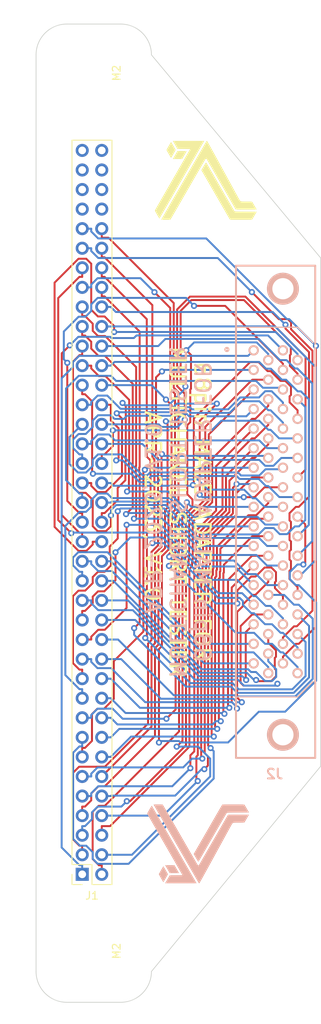
<source format=kicad_pcb>
(kicad_pcb (version 20221018) (generator pcbnew)
  (layers (0 "F.Cu" signal) (31 "B.Cu" signal) (34 "B.Paste" user) (35 "F.Paste" user) (36 "B.SilkS" user "B.Silkscreen") (37 "F.SilkS" user "F.Silkscreen") (38 "B.Mask" user) (39 "F.Mask" user) (44 "Edge.Cuts" user))
  (net 0 "")
  (net 1 "CH01")
  (net 2 "CH02")
  (net 3 "CH03")
  (net 4 "CH04")
  (net 5 "CH05")
  (net 6 "CH06")
  (net 7 "CH07")
  (net 8 "CH08")
  (net 9 "CH09")
  (net 10 "CH10")
  (net 11 "CH11")
  (net 12 "CH12")
  (net 13 "CH13")
  (net 14 "CH14")
  (net 15 "CH15")
  (net 16 "CH16")
  (net 17 "CH17")
  (net 18 "CH18")
  (net 19 "CH19")
  (net 20 "CH20")
  (net 21 "CH21")
  (net 22 "CH22")
  (net 23 "CH23")
  (net 24 "CH24")
  (net 25 "CH25")
  (net 26 "CH26")
  (net 27 "CH27")
  (net 28 "CH28")
  (net 29 "CH29")
  (net 30 "CH30")
  (net 31 "CH31")
  (net 32 "CH32")
  (net 33 "CH33")
  (net 34 "CH34")
  (net 35 "CH35")
  (net 36 "CH36")
  (net 37 "CH37")
  (net 38 "CH38")
  (net 39 "CH39")
  (net 40 "CH40")
  (net 41 "CH41")
  (net 42 "CH42")
  (net 43 "CH43")
  (net 44 "CH44")
  (net 45 "CH45")
  (net 46 "CH46")
  (net 47 "CH47")
  (net 48 "CH48")
  (net 49 "CH49")
  (net 50 "CH50")
  (net 51 "CH51")
  (net 52 "CH52")
  (net 53 "CH53")
  (net 54 "CH54")
  (net 55 "CH55")
  (net 56 "CH56")
  (net 57 "CH57")
  (net 58 "CH58")
  (net 59 "CH59")
  (net 60 "CH60")
  (net 61 "CH61")
  (net 62 "CH62")
  (net 63 "CH63")
  (net 64 "CH64")
  (net 65 "CH65")
  (net 66 "CH66")
  (net 67 "CH67")
  (net 68 "CH68")
  (net 69 "CH69")
  (net 70 "CH70")
  (net 71 "CH71")
  (net 72 "CH72")
  (net 73 "CH73")
  (net 74 "CH74")
  (net 75 "CH75")
  (net 76 "CH76")
  (footprint "MountingHole:MountingHole_2.2mm_M2" (layer "F.Cu") (at 79.265 139.98 -90)
    (fp_text reference "M2")
    (fp_text value "MountingHole_2.2mm_M2")
  )
  (footprint "MountingHole:MountingHole_2.2mm_M2" (layer "F.Cu") (at 79.265 26 -90)
    (fp_text reference "M2")
    (fp_text value "MountingHole_2.2mm_M2")
  )
  (footprint "Connector_PinSocket_2.54mm:PinSocket_2x38_P2.54mm_Vertical" (layer "F.Cu") (at 78 130.025 180)
    (fp_text reference "J1")
    (fp_text value "Conn_02x38_Counter_Clockwise")
  )
  (footprint "skLib:lamda15mm" (layer "F.Cu") (at 94 40)
    (fp_text reference "G1" hide)
    (fp_text value "LOGO" hide)
  )
  (footprint "skLib:2-5174339-5_SSC_68pin-male" (layer "B.Cu") (at 103.1425 81.05 -90)
    (fp_text reference "J2")
    (fp_text value "Conn_02x34_Counter_Clockwise" hide)
  )
  (footprint "skLib:lamda15mm" (layer "B.Cu") (at 93 126)
    (fp_text reference "G2" hide)
    (fp_text value "LOGO" hide)
  )
  (gr_line (start 98 107) (end 106 107) (stroke (width 0.15)) (layer "B.SilkS"))
  (gr_line (start 106 107) (end 108 105) (stroke (width 0.15)) (layer "B.SilkS"))
  (gr_line (start 106 59) (end 108 61) (stroke (width 0.15)) (layer "B.SilkS"))
  (gr_line (start 98 59) (end 106 59) (stroke (width 0.15)) (layer "B.SilkS"))
  (gr_line (start 109 116) (end 87 142.64) (stroke (width 0.1)) (layer "Edge.Cuts"))
  (gr_arc (start 83 19.64) (mid 85.828427 20.811573) (end 87 23.64) (stroke (width 0.1)) (layer "Edge.Cuts"))
  (gr_line (start 87 23.64) (end 109 50) (stroke (width 0.1)) (layer "Edge.Cuts"))
  (gr_line (start 72 23.64) (end 72 142.64) (stroke (width 0.1)) (layer "Edge.Cuts"))
  (gr_arc (start 87 142.64) (mid 85.828427 145.468427) (end 83 146.64) (stroke (width 0.1)) (layer "Edge.Cuts"))
  (gr_arc (start 72 23.64) (mid 73.171573 20.811573) (end 76 19.64) (stroke (width 0.1)) (layer "Edge.Cuts"))
  (gr_arc (start 76 146.64) (mid 73.171573 145.468427) (end 72 142.64) (stroke (width 0.1)) (layer "Edge.Cuts"))
  (gr_line (start 83 146.64) (end 76 146.64) (stroke (width 0.1)) (layer "Edge.Cuts"))
  (gr_line (start 109 50) (end 109 116) (stroke (width 0.1)) (layer "Edge.Cuts"))
  (gr_line (start 83 19.64) (end 76 19.64) (stroke (width 0.1)) (layer "Edge.Cuts"))
  (gr_text "68pin MALE ADAPTER FOR\nMULTICHANEL SHORT TESTER\nAPR-2023, V1.0 " (at 86 83 -90) (layer "B.SilkS") (effects (font (size 2 2) (thickness 0.3)) (justify bottom mirror)))
  (gr_text "68pin MALE ADAPTER FOR\nMULTICHANEL SHORT TESTER\nAPR-2023, V1.0 " (at 86 83 270) (layer "F.SilkS") (effects (font (size 2 2) (thickness 0.3)) (justify bottom)))
  (segment (start 76.7858 64.1697) (end 76.7858 63.5358) (width 0.25) (layer "B.Cu") (net 1))
  (segment (start 75.3245 65.631) (end 76.7858 64.1697) (width 0.25) (layer "B.Cu") (net 1))
  (segment (start 76.7858 63.5358) (end 77.6066 62.715) (width 0.25) (layer "B.Cu") (net 1))
  (segment (start 77.6066 62.715) (end 99.57 62.715) (width 0.25) (layer "B.Cu") (net 1))
  (segment (start 75.3245 126.5416) (end 75.3245 65.631) (width 0.25) (layer "B.Cu") (net 1))
  (segment (start 77.6328 128.8499) (end 75.3245 126.5416) (width 0.25) (layer "B.Cu") (net 1))
  (segment (start 99.57 62.715) (end 100.285 62) (width 0.25) (layer "B.Cu") (net 1))
  (segment (start 78 130.025) (end 78 128.8499) (width 0.25) (layer "B.Cu") (net 1))
  (segment (start 78 128.8499) (end 77.6328 128.8499) (width 0.25) (layer "B.Cu") (net 1))
  (segment (start 92.3362 82.3707) (end 92.3362 81.3603) (width 0.25) (layer "F.Cu") (net 2))
  (segment (start 91.6617 71.7112) (end 92.0519 71.321) (width 0.25) (layer "F.Cu") (net 2))
  (segment (start 79.3548 121.9061) (end 80.1259 121.135) (width 0.25) (layer "F.Cu") (net 2))
  (segment (start 90.589 89.8237) (end 90.9373 89.4754) (width 0.25) (layer "F.Cu") (net 2))
  (segment (start 90.589 111.4821) (end 90.589 89.8237) (width 0.25) (layer "F.Cu") (net 2))
  (segment (start 80.9361 121.135) (end 90.589 111.4821) (width 0.25) (layer "F.Cu") (net 2))
  (segment (start 90.9373 89.4754) (end 90.9373 88.6974) (width 0.25) (layer "F.Cu") (net 2))
  (segment (start 92.1417 66.9978) (end 92.1417 62.5972) (width 0.25) (layer "F.Cu") (net 2))
  (segment (start 92.1417 62.5972) (end 91.5317 61.9872) (width 0.25) (layer "F.Cu") (net 2))
  (segment (start 80.54 128.8499) (end 80.1728 128.8499) (width 0.25) (layer "F.Cu") (net 2))
  (segment (start 91.0121 83.6948) (end 92.3362 82.3707) (width 0.25) (layer "F.Cu") (net 2))
  (segment (start 92.3362 81.3603) (end 91.6617 80.6858) (width 0.25) (layer "F.Cu") (net 2))
  (segment (start 91.0121 88.6226) (end 91.0121 83.6948) (width 0.25) (layer "F.Cu") (net 2))
  (segment (start 80.1259 121.135) (end 80.9361 121.135) (width 0.25) (layer "F.Cu") (net 2))
  (segment (start 92.0519 71.321) (end 92.0519 67.0876) (width 0.25) (layer "F.Cu") (net 2))
  (segment (start 91.6617 80.6858) (end 91.6617 71.7112) (width 0.25) (layer "F.Cu") (net 2))
  (segment (start 80.1728 128.8499) (end 79.3548 128.0319) (width 0.25) (layer "F.Cu") (net 2))
  (segment (start 80.54 130.025) (end 80.54 128.8499) (width 0.25) (layer "F.Cu") (net 2))
  (segment (start 92.0519 67.0876) (end 92.1417 66.9978) (width 0.25) (layer "F.Cu") (net 2))
  (segment (start 79.3548 128.0319) (end 79.3548 121.9061) (width 0.25) (layer "F.Cu") (net 2))
  (segment (start 90.9373 88.6974) (end 91.0121 88.6226) (width 0.25) (layer "F.Cu") (net 2))
  (via (at 91.5317 61.9872) (size 0.8) (drill 0.4) (layers "F.Cu" "B.Cu") (net 2))
  (segment (start 92.5522 60.9667) (end 100.6773 60.9667) (width 0.25) (layer "B.Cu") (net 2))
  (segment (start 91.5317 61.9872) (end 92.5522 60.9667) (width 0.25) (layer "B.Cu") (net 2))
  (segment (start 102.19 62.4794) (end 102.19 63.27) (width 0.25) (layer "B.Cu") (net 2))
  (segment (start 100.6773 60.9667) (end 102.19 62.4794) (width 0.25) (layer "B.Cu") (net 2))
  (segment (start 77.6347 126.3099) (end 78 126.3099) (width 0.25) (layer "F.Cu") (net 3))
  (segment (start 87.0091 99.6126) (end 86.5589 100.0628) (width 0.25) (layer "F.Cu") (net 3))
  (segment (start 77.5993 116.055) (end 76.816 116.8383) (width 0.25) (layer "F.Cu") (net 3))
  (segment (start 80.9554 116.055) (end 77.5993 116.055) (width 0.25) (layer "F.Cu") (net 3))
  (segment (start 88.3674 64.7375) (end 87.5937 65.5112) (width 0.25) (layer "F.Cu") (net 3))
  (segment (start 76.816 125.4912) (end 77.6347 126.3099) (width 0.25) (layer "F.Cu") (net 3))
  (segment (start 76.816 116.8383) (end 76.816 125.4912) (width 0.25) (layer "F.Cu") (net 3))
  (segment (start 78 127.485) (end 78 126.3099) (width 0.25) (layer "F.Cu") (net 3))
  (segment (start 87.8614 87.3171) (end 87.0091 88.1694) (width 0.25) (layer "F.Cu") (net 3))
  (segment (start 87.5937 65.5112) (end 87.5937 75.7324) (width 0.25) (layer "F.Cu") (net 3))
  (segment (start 87.8614 76.0001) (end 87.8614 87.3171) (width 0.25) (layer "F.Cu") (net 3))
  (segment (start 86.5589 110.4515) (end 80.9554 116.055) (width 0.25) (layer "F.Cu") (net 3))
  (segment (start 87.5937 75.7324) (end 87.8614 76.0001) (width 0.25) (layer "F.Cu") (net 3))
  (segment (start 86.5589 100.0628) (end 86.5589 110.4515) (width 0.25) (layer "F.Cu") (net 3))
  (segment (start 87.0091 88.1694) (end 87.0091 99.6126) (width 0.25) (layer "F.Cu") (net 3))
  (via (at 88.3674 64.7375) (size 0.8) (drill 0.4) (layers "F.Cu" "B.Cu") (net 3))
  (segment (start 88.5649 64.54) (end 88.3674 64.7375) (width 0.25) (layer "B.Cu") (net 3))
  (segment (start 100.285 64.54) (end 88.5649 64.54) (width 0.25) (layer "B.Cu") (net 3))
  (segment (start 91.0391 90.0102) (end 91.3874 89.6619) (width 0.25) (layer "F.Cu") (net 4))
  (segment (start 91.3874 89.6619) (end 91.3874 88.8839) (width 0.25) (layer "F.Cu") (net 4))
  (segment (start 91.3874 88.8839) (end 91.4622 88.8091) (width 0.25) (layer "F.Cu") (net 4))
  (segment (start 94.0004 71.9256) (end 100.116 65.81) (width 0.25) (layer "F.Cu") (net 4))
  (segment (start 91.4622 83.8813) (end 94.0004 81.3431) (width 0.25) (layer "F.Cu") (net 4))
  (segment (start 91.0391 112.6904) (end 91.0391 90.0102) (width 0.25) (layer "F.Cu") (net 4))
  (segment (start 90.2814 113.4481) (end 91.0391 112.6904) (width 0.25) (layer "F.Cu") (net 4))
  (segment (start 91.4622 88.8091) (end 91.4622 83.8813) (width 0.25) (layer "F.Cu") (net 4))
  (segment (start 100.116 65.81) (end 102.19 65.81) (width 0.25) (layer "F.Cu") (net 4))
  (segment (start 94.0004 81.3431) (end 94.0004 71.9256) (width 0.25) (layer "F.Cu") (net 4))
  (via (at 90.2814 113.4481) (size 0.8) (drill 0.4) (layers "F.Cu" "B.Cu") (net 4))
  (segment (start 94.6423 115.0097) (end 93.0807 113.4481) (width 0.25) (layer "B.Cu") (net 4))
  (segment (start 84.4726 127.485) (end 94.6423 117.3153) (width 0.25) (layer "B.Cu") (net 4))
  (segment (start 94.6423 117.3153) (end 94.6423 115.0097) (width 0.25) (layer "B.Cu") (net 4))
  (segment (start 80.54 127.485) (end 84.4726 127.485) (width 0.25) (layer "B.Cu") (net 4))
  (segment (start 93.0807 113.4481) (end 90.2814 113.4481) (width 0.25) (layer "B.Cu") (net 4))
  (segment (start 83.7965 120.5331) (end 84.2219 120.5331) (width 0.25) (layer "F.Cu") (net 5))
  (segment (start 94.4505 72.9145) (end 100.285 67.08) (width 0.25) (layer "F.Cu") (net 5))
  (segment (start 91.9123 88.9956) (end 91.9123 84.0784) (width 0.25) (layer "F.Cu") (net 5))
  (segment (start 91.8375 89.0704) (end 91.9123 88.9956) (width 0.25) (layer "F.Cu") (net 5))
  (segment (start 91.8375 89.8484) (end 91.8375 89.0704) (width 0.25) (layer "F.Cu") (net 5))
  (segment (start 91.4892 90.1967) (end 91.8375 89.8484) (width 0.25) (layer "F.Cu") (net 5))
  (segment (start 91.4892 113.2658) (end 91.4892 90.1967) (width 0.25) (layer "F.Cu") (net 5))
  (segment (start 84.2219 120.5331) (end 91.4892 113.2658) (width 0.25) (layer "F.Cu") (net 5))
  (segment (start 94.4505 81.5402) (end 94.4505 72.9145) (width 0.25) (layer "F.Cu") (net 5))
  (segment (start 91.9123 84.0784) (end 94.4505 81.5402) (width 0.25) (layer "F.Cu") (net 5))
  (via (at 83.7965 120.5331) (size 0.8) (drill 0.4) (layers "F.Cu" "B.Cu") (net 5))
  (segment (start 79.27 122.8651) (end 79.27 121.9741) (width 0.25) (layer "B.Cu") (net 5))
  (segment (start 79.27 121.9741) (end 80.0143 121.2298) (width 0.25) (layer "B.Cu") (net 5))
  (segment (start 80.0143 121.2298) (end 83.0998 121.2298) (width 0.25) (layer "B.Cu") (net 5))
  (segment (start 78 123.7699) (end 78.3652 123.7699) (width 0.25) (layer "B.Cu") (net 5))
  (segment (start 83.0998 121.2298) (end 83.7965 120.5331) (width 0.25) (layer "B.Cu") (net 5))
  (segment (start 78 124.945) (end 78 123.7699) (width 0.25) (layer "B.Cu") (net 5))
  (segment (start 78.3652 123.7699) (end 79.27 122.8651) (width 0.25) (layer "B.Cu") (net 5))
  (segment (start 94.9006 76.0648) (end 100.0754 70.89) (width 0.25) (layer "F.Cu") (net 6))
  (segment (start 92.2876 89.2569) (end 92.3624 89.1821) (width 0.25) (layer "F.Cu") (net 6))
  (segment (start 92.2876 90.0349) (end 92.2876 89.2569) (width 0.25) (layer "F.Cu") (net 6))
  (segment (start 92.3624 89.1821) (end 92.3624 84.2649) (width 0.25) (layer "F.Cu") (net 6))
  (segment (start 81.6217 123.7699) (end 91.9393 113.4523) (width 0.25) (layer "F.Cu") (net 6))
  (segment (start 91.9393 113.4523) (end 91.9393 90.3832) (width 0.25) (layer "F.Cu") (net 6))
  (segment (start 91.9393 90.3832) (end 92.2876 90.0349) (width 0.25) (layer "F.Cu") (net 6))
  (segment (start 102.19 69.2095) (end 102.19 68.35) (width 0.25) (layer "F.Cu") (net 6))
  (segment (start 92.3624 84.2649) (end 94.9006 81.7267) (width 0.25) (layer "F.Cu") (net 6))
  (segment (start 80.54 123.7699) (end 81.6217 123.7699) (width 0.25) (layer "F.Cu") (net 6))
  (segment (start 100.5095 70.89) (end 102.19 69.2095) (width 0.25) (layer "F.Cu") (net 6))
  (segment (start 100.0754 70.89) (end 100.5095 70.89) (width 0.25) (layer "F.Cu") (net 6))
  (segment (start 94.9006 81.7267) (end 94.9006 76.0648) (width 0.25) (layer "F.Cu") (net 6))
  (segment (start 80.54 124.945) (end 80.54 123.7699) (width 0.25) (layer "F.Cu") (net 6))
  (segment (start 87.9093 88.5424) (end 88.7616 87.6901) (width 0.25) (layer "F.Cu") (net 7))
  (segment (start 89.0913 82.4326) (end 89.0913 71.4288) (width 0.25) (layer "F.Cu") (net 7))
  (segment (start 88.7616 82.7623) (end 89.0913 82.4326) (width 0.25) (layer "F.Cu") (net 7))
  (segment (start 87.4593 112.0713) (end 87.4593 100.6608) (width 0.25) (layer "F.Cu") (net 7))
  (segment (start 78 121.2299) (end 78.3673 121.2299) (width 0.25) (layer "F.Cu") (net 7))
  (segment (start 78 122.405) (end 78 121.2299) (width 0.25) (layer "F.Cu") (net 7))
  (segment (start 80.1091 118.595) (end 80.9356 118.595) (width 0.25) (layer "F.Cu") (net 7))
  (segment (start 78.3673 121.2299) (end 79.1751 120.4221) (width 0.25) (layer "F.Cu") (net 7))
  (segment (start 79.1751 119.529) (end 80.1091 118.595) (width 0.25) (layer "F.Cu") (net 7))
  (segment (start 87.4593 100.6608) (end 87.9093 100.2108) (width 0.25) (layer "F.Cu") (net 7))
  (segment (start 79.1751 120.4221) (end 79.1751 119.529) (width 0.25) (layer "F.Cu") (net 7))
  (segment (start 89.0913 71.4288) (end 88.877 71.2145) (width 0.25) (layer "F.Cu") (net 7))
  (segment (start 88.7616 87.6901) (end 88.7616 82.7623) (width 0.25) (layer "F.Cu") (net 7))
  (segment (start 80.9356 118.595) (end 87.4593 112.0713) (width 0.25) (layer "F.Cu") (net 7))
  (segment (start 87.9093 100.2108) (end 87.9093 88.5424) (width 0.25) (layer "F.Cu") (net 7))
  (via (at 88.877 71.2145) (size 0.8) (drill 0.4) (layers "F.Cu" "B.Cu") (net 7))
  (segment (start 91.0403 70.2815) (end 90.1073 71.2145) (width 0.25) (layer "B.Cu") (net 7))
  (segment (start 90.1073 71.2145) (end 88.877 71.2145) (width 0.25) (layer "B.Cu") (net 7))
  (segment (start 91.8962 70.5645) (end 91.6132 70.2815) (width 0.25) (layer "B.Cu") (net 7))
  (segment (start 91.6132 70.2815) (end 91.0403 70.2815) (width 0.25) (layer "B.Cu") (net 7))
  (segment (start 99.3405 70.5645) (end 91.8962 70.5645) (width 0.25) (layer "B.Cu") (net 7))
  (segment (start 100.285 69.62) (end 99.3405 70.5645) (width 0.25) (layer "B.Cu") (net 7))
  (segment (start 93.0233 90.5724) (end 93.1878 90.4079) (width 0.25) (layer "F.Cu") (net 8))
  (segment (start 93.2626 89.5551) (end 93.2626 85.5929) (width 0.25) (layer "F.Cu") (net 8))
  (segment (start 100.4328 73.43) (end 102.19 71.6728) (width 0.25) (layer "F.Cu") (net 8))
  (segment (start 93.2626 85.5929) (end 96.2392 82.6163) (width 0.25) (layer "F.Cu") (net 8))
  (segment (start 92.8438 114.7511) (end 93.0233 114.5716) (width 0.25) (layer "F.Cu") (net 8))
  (segment (start 93.0233 114.5716) (end 93.0233 90.5724) (width 0.25) (layer "F.Cu") (net 8))
  (segment (start 93.0152 117.9098) (end 92.8438 117.7384) (width 0.25) (layer "F.Cu") (net 8))
  (segment (start 100.0598 73.43) (end 100.4328 73.43) (width 0.25) (layer "F.Cu") (net 8))
  (segment (start 93.1878 90.4079) (end 93.1878 89.6299) (width 0.25) (layer "F.Cu") (net 8))
  (segment (start 92.8438 117.7384) (end 92.8438 114.7511) (width 0.25) (layer "F.Cu") (net 8))
  (segment (start 96.2392 82.6163) (end 96.2392 77.2506) (width 0.25) (layer "F.Cu") (net 8))
  (segment (start 102.19 71.6728) (end 102.19 70.89) (width 0.25) (layer "F.Cu") (net 8))
  (segment (start 96.2392 77.2506) (end 100.0598 73.43) (width 0.25) (layer "F.Cu") (net 8))
  (segment (start 93.1878 89.6299) (end 93.2626 89.5551) (width 0.25) (layer "F.Cu") (net 8))
  (via (at 93.0152 117.9098) (size 0.8) (drill 0.4) (layers "F.Cu" "B.Cu") (net 8))
  (segment (start 93.0152 117.9098) (end 88.5201 122.4049) (width 0.25) (layer "B.Cu") (net 8))
  (segment (start 88.5201 122.4049) (end 81.7151 122.4049) (width 0.25) (layer "B.Cu") (net 8))
  (segment (start 81.7151 122.4049) (end 81.7151 122.405) (width 0.25) (layer "B.Cu") (net 8))
  (segment (start 80.54 122.405) (end 81.7151 122.405) (width 0.25) (layer "B.Cu") (net 8))
  (segment (start 92.0617 116.2426) (end 92.0617 114.5784) (width 0.25) (layer "F.Cu") (net 9))
  (segment (start 92.5732 114.0669) (end 92.5732 90.3859) (width 0.25) (layer "F.Cu") (net 9))
  (segment (start 92.0617 114.5784) (end 92.5732 114.0669) (width 0.25) (layer "F.Cu") (net 9))
  (segment (start 92.8125 89.3686) (end 92.8125 85.4064) (width 0.25) (layer "F.Cu") (net 9))
  (segment (start 95.4047 82.8142) (end 95.4047 77.0403) (width 0.25) (layer "F.Cu") (net 9))
  (segment (start 92.7377 89.4434) (end 92.8125 89.3686) (width 0.25) (layer "F.Cu") (net 9))
  (segment (start 92.8125 85.4064) (end 95.4047 82.8142) (width 0.25) (layer "F.Cu") (net 9))
  (segment (start 92.5732 90.3859) (end 92.7377 90.2214) (width 0.25) (layer "F.Cu") (net 9))
  (segment (start 92.7377 90.2214) (end 92.7377 89.4434) (width 0.25) (layer "F.Cu") (net 9))
  (segment (start 95.4047 77.0403) (end 100.285 72.16) (width 0.25) (layer "F.Cu") (net 9))
  (via (at 92.0617 116.2426) (size 0.8) (drill 0.4) (layers "F.Cu" "B.Cu") (net 9))
  (segment (start 89.7093 118.595) (end 80.0798 118.595) (width 0.25) (layer "B.Cu") (net 9))
  (segment (start 92.0617 116.2426) (end 89.7093 118.595) (width 0.25) (layer "B.Cu") (net 9))
  (segment (start 80.0798 118.595) (end 79.1751 119.4997) (width 0.25) (layer "B.Cu") (net 9))
  (segment (start 78 119.865) (end 79.1751 119.865) (width 0.25) (layer "B.Cu") (net 9))
  (segment (start 79.1751 119.4997) (end 79.1751 119.865) (width 0.25) (layer "B.Cu") (net 9))
  (segment (start 100.0879 75.97) (end 100.4328 75.97) (width 0.25) (layer "F.Cu") (net 10))
  (segment (start 94.3389 114.7063) (end 93.9235 114.2909) (width 0.25) (layer "F.Cu") (net 10))
  (segment (start 93.9235 114.2909) (end 93.9235 90.9454) (width 0.25) (layer "F.Cu") (net 10))
  (segment (start 97.1394 82.9893) (end 97.1394 78.9185) (width 0.25) (layer "F.Cu") (net 10))
  (segment (start 94.1628 85.9659) (end 97.1394 82.9893) (width 0.25) (layer "F.Cu") (net 10))
  (segment (start 94.088 90.0029) (end 94.1628 89.9281) (width 0.25) (layer "F.Cu") (net 10))
  (segment (start 94.3389 115.909) (end 94.3389 114.7063) (width 0.25) (layer "F.Cu") (net 10))
  (segment (start 94.088 90.7809) (end 94.088 90.0029) (width 0.25) (layer "F.Cu") (net 10))
  (segment (start 102.19 74.2128) (end 102.19 73.43) (width 0.25) (layer "F.Cu") (net 10))
  (segment (start 94.1628 89.9281) (end 94.1628 85.9659) (width 0.25) (layer "F.Cu") (net 10))
  (segment (start 93.8754 116.3725) (end 94.3389 115.909) (width 0.25) (layer "F.Cu") (net 10))
  (segment (start 97.1394 78.9185) (end 100.0879 75.97) (width 0.25) (layer "F.Cu") (net 10))
  (segment (start 100.4328 75.97) (end 102.19 74.2128) (width 0.25) (layer "F.Cu") (net 10))
  (segment (start 93.9235 90.9454) (end 94.088 90.7809) (width 0.25) (layer "F.Cu") (net 10))
  (via (at 93.8754 116.3725) (size 0.8) (drill 0.4) (layers "F.Cu" "B.Cu") (net 10))
  (segment (start 93.5272 116.3725) (end 90.0917 119.808) (width 0.25) (layer "B.Cu") (net 10))
  (segment (start 93.8754 116.3725) (end 93.5272 116.3725) (width 0.25) (layer "B.Cu") (net 10))
  (segment (start 80.54 119.865) (end 81.7151 119.865) (width 0.25) (layer "B.Cu") (net 10))
  (segment (start 90.0917 119.808) (end 81.7721 119.808) (width 0.25) (layer "B.Cu") (net 10))
  (segment (start 81.7721 119.808) (end 81.7151 119.865) (width 0.25) (layer "B.Cu") (net 10))
  (segment (start 93.4734 90.7589) (end 93.6379 90.5944) (width 0.25) (layer "F.Cu") (net 11))
  (segment (start 93.7127 85.7794) (end 96.6893 82.8028) (width 0.25) (layer "F.Cu") (net 11))
  (segment (start 93.6138 115.0067) (end 93.4734 114.8663) (width 0.25) (layer "F.Cu") (net 11))
  (segment (start 93.6379 90.5944) (end 93.6379 89.8164) (width 0.25) (layer "F.Cu") (net 11))
  (segment (start 93.6379 89.8164) (end 93.7127 89.7416) (width 0.25) (layer "F.Cu") (net 11))
  (segment (start 93.7127 89.7416) (end 93.7127 85.7794) (width 0.25) (layer "F.Cu") (net 11))
  (segment (start 96.6893 82.8028) (end 96.6893 78.2957) (width 0.25) (layer "F.Cu") (net 11))
  (segment (start 93.4734 114.8663) (end 93.4734 90.7589) (width 0.25) (layer "F.Cu") (net 11))
  (segment (start 96.6893 78.2957) (end 100.285 74.7) (width 0.25) (layer "F.Cu") (net 11))
  (via (at 93.6138 115.0067) (size 0.8) (drill 0.4) (layers "F.Cu" "B.Cu") (net 11))
  (segment (start 93.6138 115.0067) (end 92.2723 115.0067) (width 0.25) (layer "B.Cu") (net 11))
  (segment (start 78 117.325) (end 79.1751 117.325) (width 0.25) (layer "B.Cu") (net 11))
  (segment (start 79.9897 116.1451) (end 79.1751 116.9597) (width 0.25) (layer "B.Cu") (net 11))
  (segment (start 79.1751 116.9597) (end 79.1751 117.325) (width 0.25) (layer "B.Cu") (net 11))
  (segment (start 91.1339 116.1451) (end 79.9897 116.1451) (width 0.25) (layer "B.Cu") (net 11))
  (segment (start 92.2723 115.0067) (end 91.1339 116.1451) (width 0.25) (layer "B.Cu") (net 11))
  (segment (start 88.3115 87.5036) (end 88.3115 75.5222) (width 0.25) (layer "F.Cu") (net 12))
  (segment (start 87.0091 110.8559) (end 87.0091 100.4744) (width 0.25) (layer "F.Cu") (net 12))
  (segment (start 80.54 117.325) (end 87.0091 110.8559) (width 0.25) (layer "F.Cu") (net 12))
  (segment (start 87.0091 100.4744) (end 87.4592 100.0243) (width 0.25) (layer "F.Cu") (net 12))
  (segment (start 87.4592 88.3559) (end 88.3115 87.5036) (width 0.25) (layer "F.Cu") (net 12))
  (segment (start 88.3115 75.5222) (end 88.3604 75.4733) (width 0.25) (layer "F.Cu") (net 12))
  (segment (start 87.4592 100.0243) (end 87.4592 88.3559) (width 0.25) (layer "F.Cu") (net 12))
  (via (at 88.3604 75.4733) (size 0.8) (drill 0.4) (layers "F.Cu" "B.Cu") (net 12))
  (segment (start 101.9218 75.7018) (end 88.5889 75.7018) (width 0.25) (layer "B.Cu") (net 12))
  (segment (start 88.5889 75.7018) (end 88.3604 75.4733) (width 0.25) (layer "B.Cu") (net 12))
  (segment (start 102.19 75.97) (end 101.9218 75.7018) (width 0.25) (layer "B.Cu") (net 12))
  (segment (start 85.9534 77.691) (end 85.9534 98.509) (width 0.25) (layer "F.Cu") (net 13))
  (segment (start 86.141 77.5034) (end 85.9534 77.691) (width 0.25) (layer "F.Cu") (net 13))
  (segment (start 79.9558 108.5298) (end 79.27 109.2156) (width 0.25) (layer "F.Cu") (net 13))
  (segment (start 78.3652 113.6099) (end 78 113.6099) (width 0.25) (layer "F.Cu") (net 13))
  (segment (start 79.27 112.7051) (end 78.3652 113.6099) (width 0.25) (layer "F.Cu") (net 13))
  (segment (start 85.9534 98.509) (end 82.1087 102.3537) (width 0.25) (layer "F.Cu") (net 13))
  (segment (start 82.1087 102.3537) (end 82.1087 107.2587) (width 0.25) (layer "F.Cu") (net 13))
  (segment (start 80.8376 108.5298) (end 79.9558 108.5298) (width 0.25) (layer "F.Cu") (net 13))
  (segment (start 79.27 109.2156) (end 79.27 112.7051) (width 0.25) (layer "F.Cu") (net 13))
  (segment (start 82.1087 107.2587) (end 80.8376 108.5298) (width 0.25) (layer "F.Cu") (net 13))
  (segment (start 78 114.785) (end 78 113.6099) (width 0.25) (layer "F.Cu") (net 13))
  (via (at 86.141 77.5034) (size 0.8) (drill 0.4) (layers "F.Cu" "B.Cu") (net 13))
  (segment (start 86.4044 77.24) (end 86.141 77.5034) (width 0.25) (layer "B.Cu") (net 13))
  (segment (start 100.285 77.24) (end 86.4044 77.24) (width 0.25) (layer "B.Cu") (net 13))
  (segment (start 98.0396 83.3623) (end 98.0396 80.5443) (width 0.25) (layer "F.Cu") (net 14))
  (segment (start 95.063 86.3389) (end 98.0396 83.3623) (width 0.25) (layer "F.Cu") (net 14))
  (segment (start 94.9882 90.3759) (end 95.063 90.3011) (width 0.25) (layer "F.Cu") (net 14))
  (segment (start 98.0396 80.5443) (end 100.0739 78.51) (width 0.25) (layer "F.Cu") (net 14))
  (segment (start 95.1005 112.1419) (end 94.8237 111.8651) (width 0.25) (layer "F.Cu") (net 14))
  (segment (start 94.9882 91.1539) (end 94.9882 90.3759) (width 0.25) (layer "F.Cu") (net 14))
  (segment (start 100.0739 78.51) (end 102.19 78.51) (width 0.25) (layer "F.Cu") (net 14))
  (segment (start 95.063 90.3011) (end 95.063 86.3389) (width 0.25) (layer "F.Cu") (net 14))
  (segment (start 94.8237 111.8651) (end 94.8237 91.3184) (width 0.25) (layer "F.Cu") (net 14))
  (segment (start 94.8237 91.3184) (end 94.9882 91.1539) (width 0.25) (layer "F.Cu") (net 14))
  (via (at 95.1005 112.1419) (size 0.8) (drill 0.4) (layers "F.Cu" "B.Cu") (net 14))
  (segment (start 81.7151 114.785) (end 84.3582 112.1419) (width 0.25) (layer "B.Cu") (net 14))
  (segment (start 80.54 114.785) (end 81.7151 114.785) (width 0.25) (layer "B.Cu") (net 14))
  (segment (start 84.3582 112.1419) (end 95.1005 112.1419) (width 0.25) (layer "B.Cu") (net 14))
  (segment (start 94.3736 91.1319) (end 94.5381 90.9674) (width 0.25) (layer "F.Cu") (net 15))
  (segment (start 94.5381 90.9674) (end 94.5381 90.1894) (width 0.25) (layer "F.Cu") (net 15))
  (segment (start 94.6899 113.6316) (end 94.3736 113.3153) (width 0.25) (layer "F.Cu") (net 15))
  (segment (start 97.5895 83.1758) (end 97.5895 79.8474) (width 0.25) (layer "F.Cu") (net 15))
  (segment (start 94.6129 86.1524) (end 97.5895 83.1758) (width 0.25) (layer "F.Cu") (net 15))
  (segment (start 94.6129 90.1146) (end 94.6129 86.1524) (width 0.25) (layer "F.Cu") (net 15))
  (segment (start 94.5381 90.1894) (end 94.6129 90.1146) (width 0.25) (layer "F.Cu") (net 15))
  (segment (start 97.5895 79.8474) (end 98.0763 79.3606) (width 0.25) (layer "F.Cu") (net 15))
  (segment (start 94.3736 113.3153) (end 94.3736 91.1319) (width 0.25) (layer "F.Cu") (net 15))
  (via (at 94.6899 113.6316) (size 0.8) (drill 0.4) (layers "F.Cu" "B.Cu") (net 15))
  (via (at 98.0763 79.3606) (size 0.8) (drill 0.4) (layers "F.Cu" "B.Cu") (net 15))
  (segment (start 77.6328 113.4201) (end 76.8242 114.2287) (width 0.25) (layer "B.Cu") (net 15))
  (segment (start 95.0925 114.0342) (end 94.6899 113.6316) (width 0.25) (layer "B.Cu") (net 15))
  (segment (start 78.5257 126.3098) (end 79.3648 127.1489) (width 0.25) (layer "B.Cu") (net 15))
  (segment (start 84.0266 128.662) (end 95.0925 117.5961) (width 0.25) (layer "B.Cu") (net 15))
  (segment (start 78 113.4201) (end 77.6328 113.4201) (width 0.25) (layer "B.Cu") (net 15))
  (segment (start 78 112.245) (end 78 113.4201) (width 0.25) (layer "B.Cu") (net 15))
  (segment (start 77.7021 126.3098) (end 78.5257 126.3098) (width 0.25) (layer "B.Cu") (net 15))
  (segment (start 79.3648 128.0107) (end 80.0161 128.662) (width 0.25) (layer "B.Cu") (net 15))
  (segment (start 80.0161 128.662) (end 84.0266 128.662) (width 0.25) (layer "B.Cu") (net 15))
  (segment (start 76.8242 114.2287) (end 76.8242 125.4319) (width 0.25) (layer "B.Cu") (net 15))
  (segment (start 95.0925 117.5961) (end 95.0925 114.0342) (width 0.25) (layer "B.Cu") (net 15))
  (segment (start 99.8656 79.3606) (end 98.0763 79.3606) (width 0.25) (layer "B.Cu") (net 15))
  (segment (start 100.285 79.78) (end 99.8656 79.3606) (width 0.25) (layer "B.Cu") (net 15))
  (segment (start 76.8242 125.4319) (end 77.7021 126.3098) (width 0.25) (layer "B.Cu") (net 15))
  (segment (start 79.3648 127.1489) (end 79.3648 128.0107) (width 0.25) (layer "B.Cu") (net 15))
  (segment (start 95.5131 90.4876) (end 95.5131 87.5018) (width 0.25) (layer "F.Cu") (net 16))
  (segment (start 95.5131 87.5018) (end 99.6052 83.4097) (width 0.25) (layer "F.Cu") (net 16))
  (segment (start 95.4383 90.5624) (end 95.5131 90.4876) (width 0.25) (layer "F.Cu") (net 16))
  (segment (start 95.2738 110.8649) (end 95.2738 91.5049) (width 0.25) (layer "F.Cu") (net 16))
  (segment (start 102.19 81.8295) (end 102.19 81.05) (width 0.25) (layer "F.Cu") (net 16))
  (segment (start 100.6098 83.4097) (end 102.19 81.8295) (width 0.25) (layer "F.Cu") (net 16))
  (segment (start 95.2738 91.5049) (end 95.4383 91.3404) (width 0.25) (layer "F.Cu") (net 16))
  (segment (start 99.6052 83.4097) (end 100.6098 83.4097) (width 0.25) (layer "F.Cu") (net 16))
  (segment (start 95.5515 111.1426) (end 95.2738 110.8649) (width 0.25) (layer "F.Cu") (net 16))
  (segment (start 95.4383 91.3404) (end 95.4383 90.5624) (width 0.25) (layer "F.Cu") (net 16))
  (via (at 95.5515 111.1426) (size 0.8) (drill 0.4) (layers "F.Cu" "B.Cu") (net 16))
  (segment (start 81.7151 112.245) (end 82.8175 111.1426) (width 0.25) (layer "B.Cu") (net 16))
  (segment (start 80.54 112.245) (end 81.7151 112.245) (width 0.25) (layer "B.Cu") (net 16))
  (segment (start 82.8175 111.1426) (end 95.5515 111.1426) (width 0.25) (layer "B.Cu") (net 16))
  (segment (start 91.6111 82.4592) (end 91.6111 81.7385) (width 0.25) (layer "F.Cu") (net 17))
  (segment (start 90.562 83.5083) (end 91.6111 82.4592) (width 0.25) (layer "F.Cu") (net 17))
  (segment (start 90.4872 89.2889) (end 90.4872 88.5109) (width 0.25) (layer "F.Cu") (net 17))
  (segment (start 90.562 88.4361) (end 90.562 83.5083) (width 0.25) (layer "F.Cu") (net 17))
  (segment (start 88.9455 109.8268) (end 90.1389 108.6334) (width 0.25) (layer "F.Cu") (net 17))
  (segment (start 90.1389 89.6372) (end 90.4872 89.2889) (width 0.25) (layer "F.Cu") (net 17))
  (segment (start 90.4872 88.5109) (end 90.562 88.4361) (width 0.25) (layer "F.Cu") (net 17))
  (segment (start 90.1389 108.6334) (end 90.1389 89.6372) (width 0.25) (layer "F.Cu") (net 17))
  (via (at 88.9455 109.8268) (size 0.8) (drill 0.4) (layers "F.Cu" "B.Cu") (net 17))
  (via (at 91.6111 81.7385) (size 0.8) (drill 0.4) (layers "F.Cu" "B.Cu") (net 17))
  (segment (start 83.2572 109.8268) (end 81.9448 108.5144) (width 0.25) (layer "B.Cu") (net 17))
  (segment (start 78 109.705) (end 79.1751 109.705) (width 0.25) (layer "B.Cu") (net 17))
  (segment (start 79.1751 109.3397) (end 79.1751 109.705) (width 0.25) (layer "B.Cu") (net 17))
  (segment (start 100.285 82.32) (end 92.1926 82.32) (width 0.25) (layer "B.Cu") (net 17))
  (segment (start 80.0004 108.5144) (end 79.1751 109.3397) (width 0.25) (layer "B.Cu") (net 17))
  (segment (start 92.1926 82.32) (end 91.6111 81.7385) (width 0.25) (layer "B.Cu") (net 17))
  (segment (start 88.9455 109.8268) (end 83.2572 109.8268) (width 0.25) (layer "B.Cu") (net 17))
  (segment (start 81.9448 108.5144) (end 80.0004 108.5144) (width 0.25) (layer "B.Cu") (net 17))
  (segment (start 95.8884 91.5269) (end 95.8884 90.7489) (width 0.25) (layer "F.Cu") (net 18))
  (segment (start 95.9632 87.7662) (end 99.8695 83.8599) (width 0.25) (layer "F.Cu") (net 18))
  (segment (start 95.9632 90.6741) (end 95.9632 87.7662) (width 0.25) (layer "F.Cu") (net 18))
  (segment (start 95.8884 90.7489) (end 95.9632 90.6741) (width 0.25) (layer "F.Cu") (net 18))
  (segment (start 95.7625 109.9033) (end 95.7625 91.6528) (width 0.25) (layer "F.Cu") (net 18))
  (segment (start 101.9201 83.8599) (end 102.19 83.59) (width 0.25) (layer "F.Cu") (net 18))
  (segment (start 96.0055 110.1463) (end 95.7625 109.9033) (width 0.25) (layer "F.Cu") (net 18))
  (segment (start 95.7625 91.6528) (end 95.8884 91.5269) (width 0.25) (layer "F.Cu") (net 18))
  (segment (start 99.8695 83.8599) (end 101.9201 83.8599) (width 0.25) (layer "F.Cu") (net 18))
  (via (at 96.0055 110.1463) (size 0.8) (drill 0.4) (layers "F.Cu" "B.Cu") (net 18))
  (segment (start 82.5792 110.5691) (end 94.948 110.5691) (width 0.25) (layer "B.Cu") (net 18))
  (segment (start 81.7151 109.705) (end 82.5792 110.5691) (width 0.25) (layer "B.Cu") (net 18))
  (segment (start 94.948 110.5691) (end 95.3708 110.1463) (width 0.25) (layer "B.Cu") (net 18))
  (segment (start 80.54 109.705) (end 81.7151 109.705) (width 0.25) (layer "B.Cu") (net 18))
  (segment (start 95.3708 110.1463) (end 96.0055 110.1463) (width 0.25) (layer "B.Cu") (net 18))
  (segment (start 79.1752 82.2907) (end 78.4991 82.9668) (width 0.25) (layer "B.Cu") (net 19))
  (segment (start 75.8095 84.7945) (end 75.8095 104.1647) (width 0.25) (layer "B.Cu") (net 19))
  (segment (start 100.285 84.86) (end 93.0706 84.86) (width 0.25) (layer "B.Cu") (net 19))
  (segment (start 75.8095 104.1647) (end 77.6347 105.9899) (width 0.25) (layer "B.Cu") (net 19))
  (segment (start 81.2648 80.5898) (end 80.0143 80.5898) (width 0.25) (layer "B.Cu") (net 19))
  (segment (start 79.1752 81.4289) (end 79.1752 82.2907) (width 0.25) (layer "B.Cu") (net 19))
  (segment (start 80.0143 80.5898) (end 79.1752 81.4289) (width 0.25) (layer "B.Cu") (net 19))
  (segment (start 78.4991 82.9668) (end 77.6372 82.9668) (width 0.25) (layer "B.Cu") (net 19))
  (segment (start 89.3926 81.182) (end 81.857 81.182) (width 0.25) (layer "B.Cu") (net 19))
  (segment (start 77.6372 82.9668) (end 75.8095 84.7945) (width 0.25) (layer "B.Cu") (net 19))
  (segment (start 93.0706 84.86) (end 89.3926 81.182) (width 0.25) (layer "B.Cu") (net 19))
  (segment (start 78 107.165) (end 78 105.9899) (width 0.25) (layer "B.Cu") (net 19))
  (segment (start 81.857 81.182) (end 81.2648 80.5898) (width 0.25) (layer "B.Cu") (net 19))
  (segment (start 77.6347 105.9899) (end 78 105.9899) (width 0.25) (layer "B.Cu") (net 19))
  (segment (start 100.1248 86.13) (end 102.19 86.13) (width 0.25) (layer "F.Cu") (net 20))
  (segment (start 96.4876 109.1834) (end 96.3514 109.0472) (width 0.25) (layer "F.Cu") (net 20))
  (segment (start 96.3514 109.0472) (end 96.3514 90.9225) (width 0.25) (layer "F.Cu") (net 20))
  (segment (start 96.4133 90.8606) (end 96.4133 89.8415) (width 0.25) (layer "F.Cu") (net 20))
  (segment (start 96.4133 89.8415) (end 100.1248 86.13) (width 0.25) (layer "F.Cu") (net 20))
  (segment (start 96.3514 90.9225) (end 96.4133 90.8606) (width 0.25) (layer "F.Cu") (net 20))
  (via (at 96.4876 109.1834) (size 0.8) (drill 0.4) (layers "F.Cu" "B.Cu") (net 20))
  (segment (start 81.7151 107.165) (end 83.6346 109.0845) (width 0.25) (layer "B.Cu") (net 20))
  (segment (start 80.54 107.165) (end 81.7151 107.165) (width 0.25) (layer "B.Cu") (net 20))
  (segment (start 83.6346 109.0845) (end 96.3887 109.0845) (width 0.25) (layer "B.Cu") (net 20))
  (segment (start 96.3887 109.0845) (end 96.4876 109.1834) (width 0.25) (layer "B.Cu") (net 20))
  (segment (start 79.3648 92.2243) (end 78.3941 93.195) (width 0.25) (layer "F.Cu") (net 21))
  (segment (start 76.7995 93.9068) (end 76.7995 102.6147) (width 0.25) (layer "F.Cu") (net 21))
  (segment (start 77.6347 103.4499) (end 78 103.4499) (width 0.25) (layer "F.Cu") (net 21))
  (segment (start 81.5747 87.4723) (end 81.5747 88.4985) (width 0.25) (layer "F.Cu") (net 21))
  (segment (start 78 104.625) (end 78 103.4499) (width 0.25) (layer "F.Cu") (net 21))
  (segment (start 78.3941 93.195) (end 77.5113 93.195) (width 0.25) (layer "F.Cu") (net 21))
  (segment (start 81.7314 88.6552) (end 81.7314 89.9287) (width 0.25) (layer "F.Cu") (net 21))
  (segment (start 82.6169 82.8916) (end 82.6169 86.4301) (width 0.25) (layer "F.Cu") (net 21))
  (segment (start 80.0503 90.7498) (end 79.3648 91.4353) (width 0.25) (layer "F.Cu") (net 21))
  (segment (start 77.5113 93.195) (end 76.7995 93.9068) (width 0.25) (layer "F.Cu") (net 21))
  (segment (start 76.7995 102.6147) (end 77.6347 103.4499) (width 0.25) (layer "F.Cu") (net 21))
  (segment (start 81.7314 89.9287) (end 80.9103 90.7498) (width 0.25) (layer "F.Cu") (net 21))
  (segment (start 81.5747 88.4985) (end 81.7314 88.6552) (width 0.25) (layer "F.Cu") (net 21))
  (segment (start 80.9103 90.7498) (end 80.0503 90.7498) (width 0.25) (layer "F.Cu") (net 21))
  (segment (start 79.3648 91.4353) (end 79.3648 92.2243) (width 0.25) (layer "F.Cu") (net 21))
  (segment (start 82.6169 86.4301) (end 81.5747 87.4723) (width 0.25) (layer "F.Cu") (net 21))
  (via (at 82.6169 82.8916) (size 0.8) (drill 0.4) (layers "F.Cu" "B.Cu") (net 21))
  (segment (start 93.5415 87.4) (end 88.6739 82.5324) (width 0.25) (layer "B.Cu") (net 21))
  (segment (start 100.285 87.4) (end 93.5415 87.4) (width 0.25) (layer "B.Cu") (net 21))
  (segment (start 88.6739 82.5324) (end 82.9761 82.5324) (width 0.25) (layer "B.Cu") (net 21))
  (segment (start 82.9761 82.5324) (end 82.6169 82.8916) (width 0.25) (layer "B.Cu") (net 21))
  (segment (start 102.19 88.67) (end 100.081 88.67) (width 0.25) (layer "F.Cu") (net 22))
  (segment (start 100.081 88.67) (end 96.9555 91.7955) (width 0.25) (layer "F.Cu") (net 22))
  (segment (start 96.9555 91.7955) (end 96.9555 108.2369) (width 0.25) (layer "F.Cu") (net 22))
  (segment (start 96.9555 108.2369) (end 97.1243 108.4057) (width 0.25) (layer "F.Cu") (net 22))
  (via (at 97.1243 108.4057) (size 0.8) (drill 0.4) (layers "F.Cu" "B.Cu") (net 22))
  (segment (start 85.4958 108.4057) (end 97.1243 108.4057) (width 0.25) (layer "B.Cu") (net 22))
  (segment (start 81.7151 104.625) (end 85.4958 108.4057) (width 0.25) (layer "B.Cu") (net 22))
  (segment (start 80.54 104.625) (end 81.7151 104.625) (width 0.25) (layer "B.Cu") (net 22))
  (segment (start 97.4358 107.6504) (end 98.1245 108.3391) (width 0.25) (layer "F.Cu") (net 23))
  (segment (start 97.4358 92.7892) (end 97.4358 107.6504) (width 0.25) (layer "F.Cu") (net 23))
  (segment (start 98.1245 108.3391) (end 98.1245 108.5029) (width 0.25) (layer "F.Cu") (net 23))
  (segment (start 100.285 89.94) (end 97.4358 92.7892) (width 0.25) (layer "F.Cu") (net 23))
  (via (at 98.1245 108.5029) (size 0.8) (drill 0.4) (layers "F.Cu" "B.Cu") (net 23))
  (segment (start 79.1751 102.085) (end 79.1751 102.4523) (width 0.25) (layer "B.Cu") (net 23))
  (segment (start 79.1751 102.4523) (end 79.9829 103.2601) (width 0.25) (layer "B.Cu") (net 23))
  (segment (start 98.1245 108.3391) (end 98.1245 108.5029) (width 0.25) (layer "B.Cu") (net 23))
  (segment (start 79.9829 103.2601) (end 81.7705 103.2601) (width 0.25) (layer "B.Cu") (net 23))
  (segment (start 86.1909 107.6805) (end 97.4659 107.6805) (width 0.25) (layer "B.Cu") (net 23))
  (segment (start 81.7705 103.2601) (end 86.1909 107.6805) (width 0.25) (layer "B.Cu") (net 23))
  (segment (start 97.4659 107.6805) (end 98.1245 108.3391) (width 0.25) (layer "B.Cu") (net 23))
  (segment (start 78 102.085) (end 79.1751 102.085) (width 0.25) (layer "B.Cu") (net 23))
  (segment (start 102.19 92.0695) (end 100.5095 93.75) (width 0.25) (layer "F.Cu") (net 24))
  (segment (start 98.1395 107.0777) (end 98.7447 107.6829) (width 0.25) (layer "F.Cu") (net 24))
  (segment (start 100.5095 93.75) (end 100.1267 93.75) (width 0.25) (layer "F.Cu") (net 24))
  (segment (start 98.1395 95.9642) (end 98.1395 107.0777) (width 0.25) (layer "F.Cu") (net 24))
  (segment (start 100.1267 93.75) (end 98.891 94.9857) (width 0.25) (layer "F.Cu") (net 24))
  (segment (start 98.891 94.9857) (end 98.891 95.2127) (width 0.25) (layer "F.Cu") (net 24))
  (segment (start 102.19 91.21) (end 102.19 92.0695) (width 0.25) (layer "F.Cu") (net 24))
  (segment (start 98.891 95.2127) (end 98.1395 95.9642) (width 0.25) (layer "F.Cu") (net 24))
  (via (at 98.7447 107.6829) (size 0.8) (drill 0.4) (layers "F.Cu" "B.Cu") (net 24))
  (segment (start 98.1049 107.6829) (end 98.7447 107.6829) (width 0.25) (layer "B.Cu") (net 24))
  (segment (start 88.2137 107.2304) (end 97.6524 107.2304) (width 0.25) (layer "B.Cu") (net 24))
  (segment (start 83.0683 102.085) (end 88.2137 107.2304) (width 0.25) (layer "B.Cu") (net 24))
  (segment (start 97.6524 107.2304) (end 98.1049 107.6829) (width 0.25) (layer "B.Cu") (net 24))
  (segment (start 80.54 102.085) (end 83.0683 102.085) (width 0.25) (layer "B.Cu") (net 24))
  (segment (start 80.9384 98.275) (end 80.0798 98.275) (width 0.25) (layer "F.Cu") (net 25))
  (segment (start 79.1751 99.1797) (end 79.1751 99.545) (width 0.25) (layer "F.Cu") (net 25))
  (segment (start 80.0798 98.275) (end 79.1751 99.1797) (width 0.25) (layer "F.Cu") (net 25))
  (segment (start 78 99.545) (end 79.1751 99.545) (width 0.25) (layer "F.Cu") (net 25))
  (segment (start 83.7699 84.6525) (end 83.7699 95.4435) (width 0.25) (layer "F.Cu") (net 25))
  (segment (start 83.7699 95.4435) (end 80.9384 98.275) (width 0.25) (layer "F.Cu") (net 25))
  (via (at 83.7699 84.6525) (size 0.8) (drill 0.4) (layers "F.Cu" "B.Cu") (net 25))
  (segment (start 88.2477 84.6525) (end 83.7699 84.6525) (width 0.25) (layer "B.Cu") (net 25))
  (segment (start 97.8653 90.0603) (end 93.6555 90.0603) (width 0.25) (layer "B.Cu") (net 25))
  (segment (start 93.6555 90.0603) (end 88.2477 84.6525) (width 0.25) (layer "B.Cu") (net 25))
  (segment (start 100.285 92.48) (end 97.8653 90.0603) (width 0.25) (layer "B.Cu") (net 25))
  (segment (start 102.19 93.75) (end 104.2526 93.75) (width 0.25) (layer "B.Cu") (net 26))
  (segment (start 107.9638 104.6684) (end 105.6922 106.94) (width 0.25) (layer "B.Cu") (net 26))
  (segment (start 105.6922 106.94) (end 97.9986 106.94) (width 0.25) (layer "B.Cu") (net 26))
  (segment (start 97.8389 106.7803) (end 89.8996 106.7803) (width 0.25) (layer "B.Cu") (net 26))
  (segment (start 82.6643 99.545) (end 80.54 99.545) (width 0.25) (layer "B.Cu") (net 26))
  (segment (start 89.8996 106.7803) (end 82.6643 99.545) (width 0.25) (layer "B.Cu") (net 26))
  (segment (start 107.9638 96.8358) (end 107.9638 104.6684) (width 0.25) (layer "B.Cu") (net 26))
  (segment (start 97.9986 106.94) (end 97.8389 106.7803) (width 0.25) (layer "B.Cu") (net 26))
  (segment (start 106.148 95.02) (end 107.9638 96.8358) (width 0.25) (layer "B.Cu") (net 26))
  (segment (start 105.5226 95.02) (end 106.148 95.02) (width 0.25) (layer "B.Cu") (net 26))
  (segment (start 104.2526 93.75) (end 105.5226 95.02) (width 0.25) (layer "B.Cu") (net 26))
  (segment (start 79.3648 93.975) (end 80.0508 93.289) (width 0.25) (layer "F.Cu") (net 27))
  (segment (start 80.0508 93.289) (end 80.8764 93.289) (width 0.25) (layer "F.Cu") (net 27))
  (segment (start 80.8764 93.289) (end 82.3286 91.8368) (width 0.25) (layer "F.Cu") (net 27))
  (segment (start 82.3286 91.8368) (end 82.3286 88.2269) (width 0.25) (layer "F.Cu") (net 27))
  (segment (start 79.3648 94.8303) (end 79.3648 93.975) (width 0.25) (layer "F.Cu") (net 27))
  (segment (start 78.3652 95.8299) (end 79.3648 94.8303) (width 0.25) (layer "F.Cu") (net 27))
  (segment (start 78 97.005) (end 78 95.8299) (width 0.25) (layer "F.Cu") (net 27))
  (segment (start 78 95.8299) (end 78.3652 95.8299) (width 0.25) (layer "F.Cu") (net 27))
  (via (at 82.3286 88.2269) (size 0.8) (drill 0.4) (layers "F.Cu" "B.Cu") (net 27))
  (segment (start 98.7888 93.5238) (end 95.6959 93.5238) (width 0.25) (layer "B.Cu") (net 27))
  (segment (start 84.2564 86.2991) (end 82.3286 88.2269) (width 0.25) (layer "B.Cu") (net 27))
  (segment (start 88.4712 86.2991) (end 84.2564 86.2991) (width 0.25) (layer "B.Cu") (net 27))
  (segment (start 95.6959 93.5238) (end 88.4712 86.2991) (width 0.25) (layer "B.Cu") (net 27))
  (segment (start 100.285 95.02) (end 98.7888 93.5238) (width 0.25) (layer "B.Cu") (net 27))
  (segment (start 98.9625 105.5256) (end 103.1379 105.5256) (width 0.25) (layer "F.Cu") (net 28))
  (segment (start 102.19 96.29) (end 100.1042 96.29) (width 0.25) (layer "F.Cu") (net 28))
  (segment (start 100.1042 96.29) (end 98.5896 97.8046) (width 0.25) (layer "F.Cu") (net 28))
  (segment (start 98.5896 105.1527) (end 98.9625 105.5256) (width 0.25) (layer "F.Cu") (net 28))
  (segment (start 103.1379 105.5256) (end 103.3798 105.2837) (width 0.25) (layer "F.Cu") (net 28))
  (segment (start 98.5896 97.8046) (end 98.5896 105.1527) (width 0.25) (layer "F.Cu") (net 28))
  (via (at 103.3798 105.2837) (size 0.8) (drill 0.4) (layers "F.Cu" "B.Cu") (net 28))
  (segment (start 84.899 97.005) (end 80.54 97.005) (width 0.25) (layer "B.Cu") (net 28))
  (segment (start 103.3798 105.2837) (end 103.1391 105.5244) (width 0.25) (layer "B.Cu") (net 28))
  (segment (start 99.0145 105.5244) (end 98.2449 104.7548) (width 0.25) (layer "B.Cu") (net 28))
  (segment (start 92.6488 104.7548) (end 84.899 97.005) (width 0.25) (layer "B.Cu") (net 28))
  (segment (start 98.2449 104.7548) (end 92.6488 104.7548) (width 0.25) (layer "B.Cu") (net 28))
  (segment (start 103.1391 105.5244) (end 99.0145 105.5244) (width 0.25) (layer "B.Cu") (net 28))
  (segment (start 99.2571 98.5879) (end 99.2571 104.7416) (width 0.25) (layer "F.Cu") (net 29))
  (segment (start 100.285 97.56) (end 99.2571 98.5879) (width 0.25) (layer "F.Cu") (net 29))
  (segment (start 99.2571 104.7416) (end 99.3147 104.7992) (width 0.25) (layer "F.Cu") (net 29))
  (via (at 99.3147 104.7992) (size 0.8) (drill 0.4) (layers "F.Cu" "B.Cu") (net 29))
  (segment (start 78 94.465) (end 79.1751 94.465) (width 0.25) (layer "B.Cu") (net 29))
  (segment (start 80.0798 95.735) (end 79.1751 94.8303) (width 0.25) (layer "B.Cu") (net 29))
  (segment (start 93.1537 104.3047) (end 84.584 95.735) (width 0.25) (layer "B.Cu") (net 29))
  (segment (start 99.3147 104.7992) (end 98.8202 104.3047) (width 0.25) (layer "B.Cu") (net 29))
  (segment (start 84.584 95.735) (end 80.0798 95.735) (width 0.25) (layer "B.Cu") (net 29))
  (segment (start 98.8202 104.3047) (end 93.1537 104.3047) (width 0.25) (layer "B.Cu") (net 29))
  (segment (start 79.1751 94.8303) (end 79.1751 94.465) (width 0.25) (layer "B.Cu") (net 29))
  (segment (start 102.19 98.83) (end 102.19 99.9557) (width 0.25) (layer "F.Cu") (net 30))
  (segment (start 103.1901 101.7843) (end 103.0335 101.9409) (width 0.25) (layer "F.Cu") (net 30))
  (segment (start 103.0335 103.3392) (end 103.1901 103.4958) (width 0.25) (layer "F.Cu") (net 30))
  (segment (start 102.5649 104.9494) (end 100.76 104.9494) (width 0.25) (layer "F.Cu") (net 30))
  (segment (start 102.19 99.9557) (end 103.1901 100.9558) (width 0.25) (layer "F.Cu") (net 30))
  (segment (start 103.0335 101.9409) (end 103.0335 103.3392) (width 0.25) (layer "F.Cu") (net 30))
  (segment (start 100.76 104.9494) (end 100.6098 104.7992) (width 0.25) (layer "F.Cu") (net 30))
  (segment (start 103.1901 100.9558) (end 103.1901 101.7843) (width 0.25) (layer "F.Cu") (net 30))
  (segment (start 103.1901 103.4958) (end 103.1901 104.3242) (width 0.25) (layer "F.Cu") (net 30))
  (segment (start 103.1901 104.3242) (end 102.5649 104.9494) (width 0.25) (layer "F.Cu") (net 30))
  (via (at 100.6098 104.7992) (size 0.8) (drill 0.4) (layers "F.Cu" "B.Cu") (net 30))
  (segment (start 93.3402 103.8546) (end 83.9506 94.465) (width 0.25) (layer "B.Cu") (net 30))
  (segment (start 83.9506 94.465) (end 81.7151 94.465) (width 0.25) (layer "B.Cu") (net 30))
  (segment (start 100.6098 104.7992) (end 100.3402 104.7992) (width 0.25) (layer "B.Cu") (net 30))
  (segment (start 99.3956 103.8546) (end 93.3402 103.8546) (width 0.25) (layer "B.Cu") (net 30))
  (segment (start 100.3402 104.7992) (end 99.3956 103.8546) (width 0.25) (layer "B.Cu") (net 30))
  (segment (start 80.54 94.465) (end 81.7151 94.465) (width 0.25) (layer "B.Cu") (net 30))
  (segment (start 77.6347 90.7499) (end 78 90.7499) (width 0.25) (layer "B.Cu") (net 31))
  (segment (start 76.7949 89.9101) (end 77.6347 90.7499) (width 0.25) (layer "B.Cu") (net 31))
  (segment (start 77.4867 88.2095) (end 76.7949 88.9013) (width 0.25) (layer "B.Cu") (net 31))
  (segment (start 93.1763 100.1) (end 81.2858 88.2095) (width 0.25) (layer "B.Cu") (net 31))
  (segment (start 76.7949 88.9013) (end 76.7949 89.9101) (width 0.25) (layer "B.Cu") (net 31))
  (segment (start 100.285 100.1) (end 93.1763 100.1) (width 0.25) (layer "B.Cu") (net 31))
  (segment (start 81.2858 88.2095) (end 77.4867 88.2095) (width 0.25) (layer "B.Cu") (net 31))
  (segment (start 78 91.925) (end 78 90.7499) (width 0.25) (layer "B.Cu") (net 31))
  (segment (start 82.0472 91.925) (end 81.7151 91.925) (width 0.25) (layer "B.Cu") (net 32))
  (segment (start 99.9392 103.7616) (end 99.5821 103.4045) (width 0.25) (layer "B.Cu") (net 32))
  (segment (start 103.222 103.4039) (end 103.222 104.3944) (width 0.25) (layer "B.Cu") (net 32))
  (segment (start 100.5977 103.7616) (end 99.9392 103.7616) (width 0.25) (layer "B.Cu") (net 32))
  (segment (start 93.5267 103.4045) (end 82.0472 91.925) (width 0.25) (layer "B.Cu") (net 32))
  (segment (start 102.6948 104.9216) (end 101.7577 104.9216) (width 0.25) (layer "B.Cu") (net 32))
  (segment (start 80.54 91.925) (end 81.7151 91.925) (width 0.25) (layer "B.Cu") (net 32))
  (segment (start 103.222 104.3944) (end 102.6948 104.9216) (width 0.25) (layer "B.Cu") (net 32))
  (segment (start 99.5821 103.4045) (end 93.5267 103.4045) (width 0.25) (layer "B.Cu") (net 32))
  (segment (start 102.19 101.37) (end 102.19 102.3719) (width 0.25) (layer "B.Cu") (net 32))
  (segment (start 102.19 102.3719) (end 103.222 103.4039) (width 0.25) (layer "B.Cu") (net 32))
  (segment (start 101.7577 104.9216) (end 100.5977 103.7616) (width 0.25) (layer "B.Cu") (net 32))
  (segment (start 78 89.385) (end 79.1751 89.385) (width 0.25) (layer "B.Cu") (net 33))
  (segment (start 80.0798 90.655) (end 79.1751 89.7503) (width 0.25) (layer "B.Cu") (net 33))
  (segment (start 79.1751 89.7503) (end 79.1751 89.385) (width 0.25) (layer "B.Cu") (net 33))
  (segment (start 93.8504 102.64) (end 81.8654 90.655) (width 0.25) (layer "B.Cu") (net 33))
  (segment (start 81.8654 90.655) (end 80.0798 90.655) (width 0.25) (layer "B.Cu") (net 33))
  (segment (start 100.285 102.64) (end 93.8504 102.64) (width 0.25) (layer "B.Cu") (net 33))
  (segment (start 81.7151 89.385) (end 93.5408 101.2107) (width 0.25) (layer "B.Cu") (net 34))
  (segment (start 100.2794 101.2107) (end 102.19 103.1213) (width 0.25) (layer "B.Cu") (net 34))
  (segment (start 93.5408 101.2107) (end 100.2794 101.2107) (width 0.25) (layer "B.Cu") (net 34))
  (segment (start 102.19 103.1213) (end 102.19 103.91) (width 0.25) (layer "B.Cu") (net 34))
  (segment (start 80.54 89.385) (end 81.7151 89.385) (width 0.25) (layer "B.Cu") (net 34))
  (segment (start 75.3356 62.3995) (end 76.385 61.3501) (width 0.25) (layer "F.Cu") (net 35))
  (segment (start 75.3356 83.3875) (end 75.3356 62.3995) (width 0.25) (layer "F.Cu") (net 35))
  (segment (start 77.618 85.6699) (end 75.3356 83.3875) (width 0.25) (layer "F.Cu") (net 35))
  (segment (start 78 85.6699) (end 77.618 85.6699) (width 0.25) (layer "F.Cu") (net 35))
  (segment (start 78 86.845) (end 78 85.6699) (width 0.25) (layer "F.Cu") (net 35))
  (via (at 76.385 61.3501) (size 0.8) (drill 0.4) (layers "F.Cu" "B.Cu") (net 35))
  (segment (start 81.6303 60.2421) (end 81.7923 60.4041) (width 0.25) (layer "B.Cu") (net 35))
  (segment (start 102.1615 60.0665) (end 104.095 62) (width 0.25) (layer "B.Cu") (net 35))
  (segment (start 77.493 60.2421) (end 81.6303 60.2421) (width 0.25) (layer "B.Cu") (net 35))
  (segment (start 81.7923 60.4041) (end 84.7203 60.4041) (width 0.25) (layer "B.Cu") (net 35))
  (segment (start 76.385 61.3501) (end 77.493 60.2421) (width 0.25) (layer "B.Cu") (net 35))
  (segment (start 84.7203 60.4041) (end 85.0579 60.0665) (width 0.25) (layer "B.Cu") (net 35))
  (segment (start 85.0579 60.0665) (end 102.1615 60.0665) (width 0.25) (layer "B.Cu") (net 35))
  (segment (start 80.0421 57.6026) (end 80.9128 57.6026) (width 0.25) (layer "F.Cu") (net 36))
  (segment (start 77.5255 88.0356) (end 74.4063 84.9164) (width 0.25) (layer "F.Cu") (net 36))
  (segment (start 80.9128 57.6026) (end 82.153 58.8428) (width 0.25) (layer "F.Cu") (net 36))
  (segment (start 80.54 86.845) (end 79.3649 86.845) (width 0.25) (layer "F.Cu") (net 36))
  (segment (start 77.5162 50.1049) (end 78.5208 50.1049) (width 0.25) (layer "F.Cu") (net 36))
  (segment (start 82.153 58.8428) (end 82.153 59.6186) (width 0.25) (layer "F.Cu") (net 36))
  (segment (start 79.1752 50.7593) (end 79.1752 56.7357) (width 0.25) (layer "F.Cu") (net 36))
  (segment (start 79.3649 86.845) (end 79.3649 87.2102) (width 0.25) (layer "F.Cu") (net 36))
  (segment (start 79.3649 87.2102) (end 78.5395 88.0356) (width 0.25) (layer "F.Cu") (net 36))
  (segment (start 74.4063 53.2148) (end 77.5162 50.1049) (width 0.25) (layer "F.Cu") (net 36))
  (segment (start 79.1752 56.7357) (end 80.0421 57.6026) (width 0.25) (layer "F.Cu") (net 36))
  (segment (start 78.5208 50.1049) (end 79.1752 50.7593) (width 0.25) (layer "F.Cu") (net 36))
  (segment (start 78.5395 88.0356) (end 77.5255 88.0356) (width 0.25) (layer "F.Cu") (net 36))
  (segment (start 74.4063 84.9164) (end 74.4063 53.2148) (width 0.25) (layer "F.Cu") (net 36))
  (via (at 82.153 59.6186) (size 0.8) (drill 0.4) (layers "F.Cu" "B.Cu") (net 36))
  (segment (start 103.1403 59.6164) (end 82.1552 59.6164) (width 0.25) (layer "B.Cu") (net 36))
  (segment (start 106 62.4761) (end 103.1403 59.6164) (width 0.25) (layer "B.Cu") (net 36))
  (segment (start 82.1552 59.6164) (end 82.153 59.6186) (width 0.25) (layer "B.Cu") (net 36))
  (segment (start 106 63.27) (end 106 62.4761) (width 0.25) (layer "B.Cu") (net 36))
  (segment (start 76.0607 81.5559) (end 76.0607 63.6193) (width 0.25) (layer "F.Cu") (net 37))
  (segment (start 78 84.305) (end 78 83.1299) (width 0.25) (layer "F.Cu") (net 37))
  (segment (start 96.5896 56.2279) (end 92.5392 56.2279) (width 0.25) (layer "F.Cu") (net 37))
  (segment (start 104.095 63.7333) (end 96.5896 56.2279) (width 0.25) (layer "F.Cu") (net 37))
  (segment (start 78 83.1299) (end 77.6347 83.1299) (width 0.25) (layer "F.Cu") (net 37))
  (segment (start 104.095 64.54) (end 104.095 63.7333) (width 0.25) (layer "F.Cu") (net 37))
  (segment (start 77.6347 83.1299) (end 76.0607 81.5559) (width 0.25) (layer "F.Cu") (net 37))
  (via (at 76.0607 63.6193) (size 0.8) (drill 0.4) (layers "F.Cu" "B.Cu") (net 37))
  (via (at 92.5392 56.2279) (size 0.8) (drill 0.4) (layers "F.Cu" "B.Cu") (net 37))
  (segment (start 75.6039 59.5586) (end 75.6039 63.1625) (width 0.25) (layer "B.Cu") (net 37))
  (segment (start 79.1752 56.0289) (end 79.1752 56.8907) (width 0.25) (layer "B.Cu") (net 37))
  (segment (start 79.1752 56.8907) (end 78.4309 57.635) (width 0.25) (layer "B.Cu") (net 37))
  (segment (start 80.0143 55.1898) (end 79.1752 56.0289) (width 0.25) (layer "B.Cu") (net 37))
  (segment (start 92.5392 56.2279) (end 91.5011 55.1898) (width 0.25) (layer "B.Cu") (net 37))
  (segment (start 77.5275 57.635) (end 75.6039 59.5586) (width 0.25) (layer "B.Cu") (net 37))
  (segment (start 78.4309 57.635) (end 77.5275 57.635) (width 0.25) (layer "B.Cu") (net 37))
  (segment (start 75.6039 63.1625) (end 76.0607 63.6193) (width 0.25) (layer "B.Cu") (net 37))
  (segment (start 91.5011 55.1898) (end 80.0143 55.1898) (width 0.25) (layer "B.Cu") (net 37))
  (segment (start 99.0312 55.473) (end 92.196 55.473) (width 0.25) (layer "F.Cu") (net 38))
  (segment (start 82.6082 81.4415) (end 80.9198 83.1299) (width 0.25) (layer "F.Cu") (net 38))
  (segment (start 83.6614 76.4112) (end 83.6155 76.4571) (width 0.25) (layer "F.Cu") (net 38))
  (segment (start 105.115 62.5181) (end 105.115 61.5568) (width 0.25) (layer "F.Cu") (net 38))
  (segment (start 104.9998 62.6333) (end 105.115 62.5181) (width 0.25) (layer "F.Cu") (net 38))
  (segment (start 82.6082 79.8709) (end 82.6082 81.4415) (width 0.25) (layer "F.Cu") (net 38))
  (segment (start 83.6614 69.2479) (end 83.6614 76.4112) (width 0.25) (layer "F.Cu") (net 38))
  (segment (start 90.7953 66.0761) (end 91.4166 66.6974) (width 0.25) (layer "F.Cu") (net 38))
  (segment (start 105.115 61.5568) (end 99.0312 55.473) (width 0.25) (layer "F.Cu") (net 38))
  (segment (start 106 65.81) (end 106 65.0305) (width 0.25) (layer "F.Cu") (net 38))
  (segment (start 90.7953 56.8737) (end 90.7953 66.0761) (width 0.25) (layer "F.Cu") (net 38))
  (segment (start 92.196 55.473) (end 90.7953 56.8737) (width 0.25) (layer "F.Cu") (net 38))
  (segment (start 83.6155 76.4571) (end 83.6155 78.8636) (width 0.25) (layer "F.Cu") (net 38))
  (segment (start 80.9198 83.1299) (end 80.54 83.1299) (width 0.25) (layer "F.Cu") (net 38))
  (segment (start 83.6155 78.8636) (end 82.6082 79.8709) (width 0.25) (layer "F.Cu") (net 38))
  (segment (start 104.9998 64.0303) (end 104.9998 62.6333) (width 0.25) (layer "F.Cu") (net 38))
  (segment (start 83.2442 68.8307) (end 83.6614 69.2479) (width 0.25) (layer "F.Cu") (net 38))
  (segment (start 80.54 84.305) (end 80.54 83.1299) (width 0.25) (layer "F.Cu") (net 38))
  (segment (start 106 65.0305) (end 104.9998 64.0303) (width 0.25) (layer "F.Cu") (net 38))
  (via (at 83.2442 68.8307) (size 0.8) (drill 0.4) (layers "F.Cu" "B.Cu") (net 38))
  (via (at 91.4166 66.6974) (size 0.8) (drill 0.4) (layers "F.Cu" "B.Cu") (net 38))
  (segment (start 91.4166 66.9455) (end 89.2231 69.139) (width 0.25) (layer "B.Cu") (net 38))
  (segment (start 83.5525 69.139) (end 83.2442 68.8307) (width 0.25) (layer "B.Cu") (net 38))
  (segment (start 89.2231 69.139) (end 83.5525 69.139) (width 0.25) (layer "B.Cu") (net 38))
  (segment (start 91.4166 66.6974) (end 91.4166 66.9455) (width 0.25) (layer "B.Cu") (net 38))
  (segment (start 77.6328 80.5899) (end 78 80.5899) (width 0.25) (layer "B.Cu") (net 39))
  (segment (start 78 81.765) (end 78 80.5899) (width 0.25) (layer "B.Cu") (net 39))
  (segment (start 75.9019 78.859) (end 77.6328 80.5899) (width 0.25) (layer "B.Cu") (net 39))
  (segment (start 77.5421 65.3066) (end 75.9019 66.9468) (width 0.25) (layer "B.Cu") (net 39))
  (segment (start 81.7416 65.3066) (end 77.5421 65.3066) (width 0.25) (layer "B.Cu") (net 39))
  (segment (start 82.4073 65.9723) (end 81.7416 65.3066) (width 0.25) (layer "B.Cu") (net 39))
  (segment (start 101.4873 66.8547) (end 100.6049 65.9723) (width 0.25) (layer "B.Cu") (net 39))
  (segment (start 103.8697 66.8547) (end 101.4873 66.8547) (width 0.25) (layer "B.Cu") (net 39))
  (segment (start 75.9019 66.9468) (end 75.9019 78.859) (width 0.25) (layer "B.Cu") (net 39))
  (segment (start 104.095 67.08) (end 103.8697 66.8547) (width 0.25) (layer "B.Cu") (net 39))
  (segment (start 100.6049 65.9723) (end 82.4073 65.9723) (width 0.25) (layer "B.Cu") (net 39))
  (segment (start 104.6358 85.8652) (end 103.6856 85.8652) (width 0.25) (layer "B.Cu") (net 40))
  (segment (start 89.2062 81.6322) (end 81.8479 81.6322) (width 0.25) (layer "B.Cu") (net 40))
  (segment (start 100.9299 85.9018) (end 93.4758 85.9018) (width 0.25) (layer "B.Cu") (net 40))
  (segment (start 107.0047 84.0285) (end 106.1732 84.86) (width 0.25) (layer "B.Cu") (net 40))
  (segment (start 80.54 81.765) (end 81.7151 81.765) (width 0.25) (layer "B.Cu") (net 40))
  (segment (start 103.6856 85.8652) (end 102.8921 85.0717) (width 0.25) (layer "B.Cu") (net 40))
  (segment (start 105.641 84.86) (end 104.6358 85.8652) (width 0.25) (layer "B.Cu") (net 40))
  (segment (start 107.0047 69.3547) (end 107.0047 84.0285) (width 0.25) (layer "B.Cu") (net 40))
  (segment (start 106 68.35) (end 107.0047 69.3547) (width 0.25) (layer "B.Cu") (net 40))
  (segment (start 93.4758 85.9018) (end 89.2062 81.6322) (width 0.25) (layer "B.Cu") (net 40))
  (segment (start 81.8479 81.6322) (end 81.7151 81.765) (width 0.25) (layer "B.Cu") (net 40))
  (segment (start 101.76 85.0717) (end 100.9299 85.9018) (width 0.25) (layer "B.Cu") (net 40))
  (segment (start 106.1732 84.86) (end 105.641 84.86) (width 0.25) (layer "B.Cu") (net 40))
  (segment (start 102.8921 85.0717) (end 101.76 85.0717) (width 0.25) (layer "B.Cu") (net 40))
  (segment (start 83.177 76.259) (end 83.1654 76.2706) (width 0.25) (layer "F.Cu") (net 41))
  (segment (start 79.1751 79.5922) (end 79.1751 79.225) (width 0.25) (layer "F.Cu") (net 41))
  (segment (start 78 79.225) (end 79.1751 79.225) (width 0.25) (layer "F.Cu") (net 41))
  (segment (start 83.1654 78.28) (end 81.0426 80.4028) (width 0.25) (layer "F.Cu") (net 41))
  (segment (start 83.1654 76.2706) (end 83.1654 78.28) (width 0.25) (layer "F.Cu") (net 41))
  (segment (start 82.4892 70.1733) (end 83.177 70.8611) (width 0.25) (layer "F.Cu") (net 41))
  (segment (start 79.9857 80.4028) (end 79.1751 79.5922) (width 0.25) (layer "F.Cu") (net 41))
  (segment (start 81.0426 80.4028) (end 79.9857 80.4028) (width 0.25) (layer "F.Cu") (net 41))
  (segment (start 83.177 70.8611) (end 83.177 76.259) (width 0.25) (layer "F.Cu") (net 41))
  (via (at 82.4892 70.1733) (size 0.8) (drill 0.4) (layers "F.Cu" "B.Cu") (net 41))
  (segment (start 102.6271 67.305) (end 101.791 67.305) (width 0.25) (layer "B.Cu") (net 41))
  (segment (start 98.5345 68.115) (end 96.9852 69.6643) (width 0.25) (layer "B.Cu") (net 41))
  (segment (start 90.6672 69.3813) (end 90.0093 70.0392) (width 0.25) (layer "B.Cu") (net 41))
  (segment (start 92.2692 69.6643) (end 91.9862 69.3813) (width 0.25) (layer "B.Cu") (net 41))
  (segment (start 90.0093 70.0392) (end 82.6233 70.0392) (width 0.25) (layer "B.Cu") (net 41))
  (segment (start 104.095 68.7729) (end 102.6271 67.305) (width 0.25) (layer "B.Cu") (net 41))
  (segment (start 100.981 68.115) (end 98.5345 68.115) (width 0.25) (layer "B.Cu") (net 41))
  (segment (start 96.9852 69.6643) (end 92.2692 69.6643) (width 0.25) (layer "B.Cu") (net 41))
  (segment (start 82.6233 70.0392) (end 82.4892 70.1733) (width 0.25) (layer "B.Cu") (net 41))
  (segment (start 104.095 69.62) (end 104.095 68.7729) (width 0.25) (layer "B.Cu") (net 41))
  (segment (start 101.791 67.305) (end 100.981 68.115) (width 0.25) (layer "B.Cu") (net 41))
  (segment (start 91.9862 69.3813) (end 90.6672 69.3813) (width 0.25) (layer "B.Cu") (net 41))
  (segment (start 102.0986 64.6993) (end 100.9305 63.5312) (width 0.25) (layer "F.Cu") (net 42))
  (segment (start 106 70.89) (end 106 69.7925) (width 0.25) (layer "F.Cu") (net 42))
  (segment (start 104.9588 67.9767) (end 105.1398 67.7957) (width 0.25) (layer "F.Cu") (net 42))
  (segment (start 104.9588 68.7513) (end 104.9588 67.9767) (width 0.25) (layer "F.Cu") (net 42))
  (segment (start 104.3986 65.9693) (end 103.7636 65.9693) (width 0.25) (layer "F.Cu") (net 42))
  (segment (start 92.5053 70.8501) (end 92.5053 79.3793) (width 0.25) (layer "F.Cu") (net 42))
  (segment (start 100.9305 63.5312) (end 99.8242 63.5312) (width 0.25) (layer "F.Cu") (net 42))
  (segment (start 99.8242 63.5312) (end 92.5053 70.8501) (width 0.25) (layer "F.Cu") (net 42))
  (segment (start 105.1398 67.7957) (end 105.1398 66.7105) (width 0.25) (layer "F.Cu") (net 42))
  (segment (start 103.7636 65.9693) (end 102.4936 64.6993) (width 0.25) (layer "F.Cu") (net 42))
  (segment (start 105.1398 66.7105) (end 104.3986 65.9693) (width 0.25) (layer "F.Cu") (net 42))
  (segment (start 102.4936 64.6993) (end 102.0986 64.6993) (width 0.25) (layer "F.Cu") (net 42))
  (segment (start 106 69.7925) (end 104.9588 68.7513) (width 0.25) (layer "F.Cu") (net 42))
  (segment (start 92.5053 79.3793) (end 92.3968 79.4878) (width 0.25) (layer "F.Cu") (net 42))
  (via (at 92.3968 79.4878) (size 0.8) (drill 0.4) (layers "F.Cu" "B.Cu") (net 42))
  (segment (start 80.54 79.225) (end 81.7151 79.225) (width 0.25) (layer "B.Cu") (net 42))
  (segment (start 82.0689 79.5788) (end 92.3058 79.5788) (width 0.25) (layer "B.Cu") (net 42))
  (segment (start 81.7151 79.225) (end 82.0689 79.5788) (width 0.25) (layer "B.Cu") (net 42))
  (segment (start 92.3058 79.5788) (end 92.3968 79.4878) (width 0.25) (layer "B.Cu") (net 42))
  (segment (start 82.1889 70.8984) (end 83.4096 70.8984) (width 0.25) (layer "B.Cu") (net 43))
  (segment (start 78.4637 72.8588) (end 79.3648 71.9577) (width 0.25) (layer "B.Cu") (net 43))
  (segment (start 91.7997 69.8314) (end 92.0827 70.1144) (width 0.25) (layer "B.Cu") (net 43))
  (segment (start 78 75.5099) (end 77.6347 75.5099) (width 0.25) (layer "B.Cu") (net 43))
  (segment (start 81.7203 70.4298) (end 82.1889 70.8984) (width 0.25) (layer "B.Cu") (net 43))
  (segment (start 104.095 71.3806) (end 104.095 72.16) (width 0.25) (layer "B.Cu") (net 43))
  (segment (start 76.8089 73.5827) (end 77.5328 72.8588) (width 0.25) (layer "B.Cu") (net 43))
  (segment (start 90.1959 70.4893) (end 90.8538 69.8314) (width 0.25) (layer "B.Cu") (net 43))
  (segment (start 79.3648 71.1153) (end 80.0503 70.4298) (width 0.25) (layer "B.Cu") (net 43))
  (segment (start 76.8089 74.6841) (end 76.8089 73.5827) (width 0.25) (layer "B.Cu") (net 43))
  (segment (start 77.6347 75.5099) (end 76.8089 74.6841) (width 0.25) (layer "B.Cu") (net 43))
  (segment (start 102.4937 69.7793) (end 104.095 71.3806) (width 0.25) (layer "B.Cu") (net 43))
  (segment (start 101.0273 68.6148) (end 102.1918 69.7793) (width 0.25) (layer "B.Cu") (net 43))
  (segment (start 78 76.685) (end 78 75.5099) (width 0.25) (layer "B.Cu") (net 43))
  (segment (start 98.6713 68.6148) (end 101.0273 68.6148) (width 0.25) (layer "B.Cu") (net 43))
  (segment (start 80.0503 70.4298) (end 81.7203 70.4298) (width 0.25) (layer "B.Cu") (net 43))
  (segment (start 90.8538 69.8314) (end 91.7997 69.8314) (width 0.25) (layer "B.Cu") (net 43))
  (segment (start 77.5328 72.8588) (end 78.4637 72.8588) (width 0.25) (layer "B.Cu") (net 43))
  (segment (start 92.0827 70.1144) (end 97.1717 70.1144) (width 0.25) (layer "B.Cu") (net 43))
  (segment (start 79.3648 71.9577) (end 79.3648 71.1153) (width 0.25) (layer "B.Cu") (net 43))
  (segment (start 97.1717 70.1144) (end 98.6713 68.6148) (width 0.25) (layer "B.Cu") (net 43))
  (segment (start 83.8187 70.4893) (end 90.1959 70.4893) (width 0.25) (layer "B.Cu") (net 43))
  (segment (start 102.1918 69.7793) (end 102.4937 69.7793) (width 0.25) (layer "B.Cu") (net 43))
  (segment (start 83.4096 70.8984) (end 83.8187 70.4893) (width 0.25) (layer "B.Cu") (net 43))
  (segment (start 80.54 76.685) (end 80.54 75.5099) (width 0.25) (layer "F.Cu") (net 44))
  (segment (start 80.54 75.5099) (end 80.9052 75.5099) (width 0.25) (layer "F.Cu") (net 44))
  (segment (start 80.9052 75.5099) (end 81.982 74.4331) (width 0.25) (layer "F.Cu") (net 44))
  (segment (start 81.982 74.4331) (end 81.982 72.3897) (width 0.25) (layer "F.Cu") (net 44))
  (segment (start 81.982 72.3897) (end 81.9821 72.3897) (width 0.25) (layer "F.Cu") (net 44))
  (via (at 81.9821 72.3897) (size 0.8) (drill 0.4) (layers "F.Cu" "B.Cu") (net 44))
  (segment (start 102.1918 72.3193) (end 101.0102 71.1377) (width 0.25) (layer "B.Cu") (net 44))
  (segment (start 102.4936 72.3193) (end 102.1918 72.3193) (width 0.25) (layer "B.Cu") (net 44))
  (segment (start 101.0102 71.1377) (end 96.0774 71.1377) (width 0.25) (layer "B.Cu") (net 44))
  (segment (start 96.0774 71.1377) (end 94.8254 72.3897) (width 0.25) (layer "B.Cu") (net 44))
  (segment (start 106 73.43) (end 103.6043 73.43) (width 0.25) (layer "B.Cu") (net 44))
  (segment (start 103.6043 73.43) (end 102.4936 72.3193) (width 0.25) (layer "B.Cu") (net 44))
  (segment (start 94.8254 72.3897) (end 81.9821 72.3897) (width 0.25) (layer "B.Cu") (net 44))
  (segment (start 102.0325 74.7) (end 104.095 74.7) (width 0.25) (layer "B.Cu") (net 45))
  (segment (start 79.1751 74.145) (end 79.1751 73.7797) (width 0.25) (layer "B.Cu") (net 45))
  (segment (start 81.4893 72.9223) (end 82.2618 73.6948) (width 0.25) (layer "B.Cu") (net 45))
  (segment (start 78 74.145) (end 79.1751 74.145) (width 0.25) (layer "B.Cu") (net 45))
  (segment (start 80.0325 72.9223) (end 81.4893 72.9223) (width 0.25) (layer "B.Cu") (net 45))
  (segment (start 82.2618 73.6948) (end 101.0273 73.6948) (width 0.25) (layer "B.Cu") (net 45))
  (segment (start 79.1751 73.7797) (end 80.0325 72.9223) (width 0.25) (layer "B.Cu") (net 45))
  (segment (start 101.0273 73.6948) (end 102.0325 74.7) (width 0.25) (layer "B.Cu") (net 45))
  (segment (start 101.7824 76.9899) (end 102.8601 76.9899) (width 0.25) (layer "B.Cu") (net 46))
  (segment (start 80.54 74.145) (end 85.8109 74.145) (width 0.25) (layer "B.Cu") (net 46))
  (segment (start 102.8601 76.9899) (end 103.88 75.97) (width 0.25) (layer "B.Cu") (net 46))
  (segment (start 103.88 75.97) (end 106 75.97) (width 0.25) (layer "B.Cu") (net 46))
  (segment (start 85.8109 74.145) (end 87.89 76.2241) (width 0.25) (layer "B.Cu") (net 46))
  (segment (start 87.89 76.2241) (end 101.0166 76.2241) (width 0.25) (layer "B.Cu") (net 46))
  (segment (start 101.0166 76.2241) (end 101.7824 76.9899) (width 0.25) (layer "B.Cu") (net 46))
  (segment (start 79.3648 76.1953) (end 80.0503 75.5098) (width 0.25) (layer "B.Cu") (net 47))
  (segment (start 101.8324 77.4401) (end 103.8949 77.4401) (width 0.25) (layer "B.Cu") (net 47))
  (segment (start 103.8949 77.4401) (end 104.095 77.24) (width 0.25) (layer "B.Cu") (net 47))
  (segment (start 86.4414 78.2285) (end 86.8116 77.8583) (width 0.25) (layer "B.Cu") (net 47))
  (segment (start 98.2591 77.8583) (end 98.6504 78.2496) (width 0.25) (layer "B.Cu") (net 47))
  (segment (start 76.3521 76.771) (end 77.4472 77.8661) (width 0.25) (layer "B.Cu") (net 47))
  (segment (start 101.0229 78.2496) (end 101.8324 77.4401) (width 0.25) (layer "B.Cu") (net 47))
  (segment (start 78 71.605) (end 76.3521 73.2529) (width 0.25) (layer "B.Cu") (net 47))
  (segment (start 80.0503 75.5098) (end 83.122 75.5098) (width 0.25) (layer "B.Cu") (net 47))
  (segment (start 76.3521 73.2529) (end 76.3521 76.771) (width 0.25) (layer "B.Cu") (net 47))
  (segment (start 85.8407 78.2285) (end 86.4414 78.2285) (width 0.25) (layer "B.Cu") (net 47))
  (segment (start 83.122 75.5098) (end 85.8407 78.2285) (width 0.25) (layer "B.Cu") (net 47))
  (segment (start 86.8116 77.8583) (end 98.2591 77.8583) (width 0.25) (layer "B.Cu") (net 47))
  (segment (start 77.4472 77.8661) (end 78.5003 77.8661) (width 0.25) (layer "B.Cu") (net 47))
  (segment (start 98.6504 78.2496) (end 101.0229 78.2496) (width 0.25) (layer "B.Cu") (net 47))
  (segment (start 78.5003 77.8661) (end 79.3648 77.0016) (width 0.25) (layer "B.Cu") (net 47))
  (segment (start 79.3648 77.0016) (end 79.3648 76.1953) (width 0.25) (layer "B.Cu") (net 47))
  (segment (start 99.2178 55.0229) (end 92.0095 55.0229) (width 0.25) (layer "F.Cu") (net 48))
  (segment (start 107.0322 62.8373) (end 99.2178 55.0229) (width 0.25) (layer "F.Cu") (net 48))
  (segment (start 91.3268 67.633) (end 91.3268 71.0206) (width 0.25) (layer "F.Cu") (net 48))
  (segment (start 106 78.51) (end 107.0322 77.4778) (width 0.25) (layer "F.Cu") (net 48))
  (segment (start 90.3452 56.6872) (end 90.3452 66.6514) (width 0.25) (layer "F.Cu") (net 48))
  (segment (start 90.3452 66.6514) (end 91.3268 67.633) (width 0.25) (layer "F.Cu") (net 48))
  (segment (start 107.0322 77.4778) (end 107.0322 62.8373) (width 0.25) (layer "F.Cu") (net 48))
  (segment (start 92.0095 55.0229) (end 90.3452 56.6872) (width 0.25) (layer "F.Cu") (net 48))
  (via (at 91.3268 71.0206) (size 0.8) (drill 0.4) (layers "F.Cu" "B.Cu") (net 48))
  (segment (start 87.9563 71.605) (end 88.2909 71.9396) (width 0.25) (layer "B.Cu") (net 48))
  (segment (start 80.54 71.605) (end 87.9563 71.605) (width 0.25) (layer "B.Cu") (net 48))
  (segment (start 88.2909 71.9396) (end 90.4078 71.9396) (width 0.25) (layer "B.Cu") (net 48))
  (segment (start 90.4078 71.9396) (end 91.3268 71.0206) (width 0.25) (layer "B.Cu") (net 48))
  (segment (start 101.6995 79.78) (end 100.4143 81.0652) (width 0.25) (layer "F.Cu") (net 49))
  (segment (start 100.4143 81.0652) (end 98.9997 81.0652) (width 0.25) (layer "F.Cu") (net 49))
  (segment (start 93.2753 71.1436) (end 95.4998 68.9191) (width 0.25) (layer "F.Cu") (net 49))
  (segment (start 93.2753 80.7428) (end 93.2753 71.1436) (width 0.25) (layer "F.Cu") (net 49))
  (segment (start 104.095 79.78) (end 101.6995 79.78) (width 0.25) (layer "F.Cu") (net 49))
  (via (at 95.4998 68.9191) (size 0.8) (drill 0.4) (layers "F.Cu" "B.Cu") (net 49))
  (via (at 98.9997 81.0652) (size 0.8) (drill 0.4) (layers "F.Cu" "B.Cu") (net 49))
  (via (at 93.2753 80.7428) (size 0.8) (drill 0.4) (layers "F.Cu" "B.Cu") (net 49))
  (segment (start 82.9772 69.5891) (end 89.6364 69.5891) (width 0.25) (layer "B.Cu") (net 49))
  (segment (start 90.3064 68.9191) (end 95.4998 68.9191) (width 0.25) (layer "B.Cu") (net 49))
  (segment (start 78 69.065) (end 79.1751 69.065) (width 0.25) (layer "B.Cu") (net 49))
  (segment (start 89.6364 69.5891) (end 90.3064 68.9191) (width 0.25) (layer "B.Cu") (net 49))
  (segment (start 98.9997 81.0652) (end 93.5977 81.0652) (width 0.25) (layer "B.Cu") (net 49))
  (segment (start 79.1751 69.065) (end 79.1751 68.6997) (width 0.25) (layer "B.Cu") (net 49))
  (segment (start 79.1751 68.6997) (end 80.0004 67.8744) (width 0.25) (layer "B.Cu") (net 49))
  (segment (start 93.5977 81.0652) (end 93.2753 80.7428) (width 0.25) (layer "B.Cu") (net 49))
  (segment (start 81.2625 67.8744) (end 82.9772 69.5891) (width 0.25) (layer "B.Cu") (net 49))
  (segment (start 80.0004 67.8744) (end 81.2625 67.8744) (width 0.25) (layer "B.Cu") (net 49))
  (segment (start 80.54 69.065) (end 81.7151 69.065) (width 0.25) (layer "F.Cu") (net 50))
  (segment (start 82.7269 75.9823) (end 82.4194 76.2898) (width 0.25) (layer "F.Cu") (net 50))
  (segment (start 81.7151 69.065) (end 81.7151 71.0971) (width 0.25) (layer "F.Cu") (net 50))
  (segment (start 82.7269 72.1089) (end 82.7269 75.9823) (width 0.25) (layer "F.Cu") (net 50))
  (segment (start 81.7151 71.0971) (end 82.7269 72.1089) (width 0.25) (layer "F.Cu") (net 50))
  (via (at 82.4194 76.2898) (size 0.8) (drill 0.4) (layers "F.Cu" "B.Cu") (net 50))
  (segment (start 85.6542 78.6786) (end 86.6279 78.6786) (width 0.25) (layer "B.Cu") (net 50))
  (segment (start 82.4194 76.2898) (end 83.2654 76.2898) (width 0.25) (layer "B.Cu") (net 50))
  (segment (start 102.1883 79.6207) (end 103.6176 81.05) (width 0.25) (layer "B.Cu") (net 50))
  (segment (start 86.6279 78.6786) (end 86.994 78.3125) (width 0.25) (layer "B.Cu") (net 50))
  (segment (start 100.9657 78.6999) (end 101.8865 79.6207) (width 0.25) (layer "B.Cu") (net 50))
  (segment (start 101.8865 79.6207) (end 102.1883 79.6207) (width 0.25) (layer "B.Cu") (net 50))
  (segment (start 98.0767 78.3125) (end 98.4641 78.6999) (width 0.25) (layer "B.Cu") (net 50))
  (segment (start 86.994 78.3125) (end 98.0767 78.3125) (width 0.25) (layer "B.Cu") (net 50))
  (segment (start 83.2654 76.2898) (end 85.6542 78.6786) (width 0.25) (layer "B.Cu") (net 50))
  (segment (start 103.6176 81.05) (end 106 81.05) (width 0.25) (layer "B.Cu") (net 50))
  (segment (start 98.4641 78.6999) (end 100.9657 78.6999) (width 0.25) (layer "B.Cu") (net 50))
  (segment (start 79.2916 77.9117) (end 79.3956 78.0157) (width 0.25) (layer "F.Cu") (net 51))
  (segment (start 79.2916 68.6265) (end 79.2916 77.9117) (width 0.25) (layer "F.Cu") (net 51))
  (segment (start 78 67.7001) (end 78.3652 67.7001) (width 0.25) (layer "F.Cu") (net 51))
  (segment (start 78.3652 67.7001) (end 79.2916 68.6265) (width 0.25) (layer "F.Cu") (net 51))
  (segment (start 78 66.525) (end 78 67.7001) (width 0.25) (layer "F.Cu") (net 51))
  (via (at 79.3956 78.0157) (size 0.8) (drill 0.4) (layers "F.Cu" "B.Cu") (net 51))
  (segment (start 100.5886 81.2093) (end 101.6993 82.32) (width 0.25) (layer "B.Cu") (net 51))
  (segment (start 100.1693 81.2093) (end 100.5886 81.2093) (width 0.25) (layer "B.Cu") (net 51))
  (segment (start 99.0457 80.0857) (end 100.1693 81.2093) (width 0.25) (layer "B.Cu") (net 51))
  (segment (start 85.4677 79.1287) (end 87.7724 79.1287) (width 0.25) (layer "B.Cu") (net 51))
  (segment (start 101.6993 82.32) (end 104.095 82.32) (width 0.25) (layer "B.Cu") (net 51))
  (segment (start 79.3956 78.0157) (end 84.3547 78.0157) (width 0.25) (layer "B.Cu") (net 51))
  (segment (start 94.3385 80.0857) (end 99.0457 80.0857) (width 0.25) (layer "B.Cu") (net 51))
  (segment (start 87.7724 79.1287) (end 88.1385 78.7626) (width 0.25) (layer "B.Cu") (net 51))
  (segment (start 93.0154 78.7626) (end 94.3385 80.0857) (width 0.25) (layer "B.Cu") (net 51))
  (segment (start 88.1385 78.7626) (end 93.0154 78.7626) (width 0.25) (layer "B.Cu") (net 51))
  (segment (start 84.3547 78.0157) (end 85.4677 79.1287) (width 0.25) (layer "B.Cu") (net 51))
  (segment (start 88.3594 100.3973) (end 88.3594 88.7289) (width 0.25) (layer "F.Cu") (net 52))
  (segment (start 89.2117 82.9488) (end 89.6128 82.5477) (width 0.25) (layer "F.Cu") (net 52))
  (segment (start 106 83.59) (end 107.0002 84.5902) (width 0.25) (layer "F.Cu") (net 52))
  (segment (start 89.6128 69.1132) (end 88.8876 68.388) (width 0.25) (layer "F.Cu") (net 52))
  (segment (start 107.0002 84.5902) (end 107.0002 89.5503) (width 0.25) (layer "F.Cu") (net 52))
  (segment (start 88.3594 88.7289) (end 89.2117 87.8766) (width 0.25) (layer "F.Cu") (net 52))
  (segment (start 87.9771 112.9144) (end 87.9771 100.7796) (width 0.25) (layer "F.Cu") (net 52))
  (segment (start 87.9771 100.7796) (end 88.3594 100.3973) (width 0.25) (layer "F.Cu") (net 52))
  (segment (start 89.6128 82.5477) (end 89.6128 69.1132) (width 0.25) (layer "F.Cu") (net 52))
  (segment (start 107.0002 89.5503) (end 106.7475 89.803) (width 0.25) (layer "F.Cu") (net 52))
  (segment (start 89.2117 87.8766) (end 89.2117 82.9488) (width 0.25) (layer "F.Cu") (net 52))
  (via (at 88.8876 68.388) (size 0.8) (drill 0.4) (layers "F.Cu" "B.Cu") (net 52))
  (via (at 87.9771 112.9144) (size 0.8) (drill 0.4) (layers "F.Cu" "B.Cu") (net 52))
  (via (at 106.7475 89.803) (size 0.8) (drill 0.4) (layers "F.Cu" "B.Cu") (net 52))
  (segment (start 87.0246 66.525) (end 81.7151 66.525) (width 0.25) (layer "B.Cu") (net 52))
  (segment (start 105.7756 92.48) (end 106.1584 92.48) (width 0.25) (layer "B.Cu") (net 52))
  (segment (start 104.9955 90.7869) (end 104.9955 91.6999) (width 0.25) (layer "B.Cu") (net 52))
  (segment (start 96.9662 112.9065) (end 90.7653 112.9065) (width 0.25) (layer "B.Cu") (net 52))
  (segment (start 90.5818 112.723) (end 88.1685 112.723) (width 0.25) (layer "B.Cu") (net 52))
  (segment (start 88.1685 112.723) (end 87.9771 112.9144) (width 0.25) (layer "B.Cu") (net 52))
  (segment (start 108.414 104.8877) (end 104.3911 108.9106) (width 0.25) (layer "B.Cu") (net 52))
  (segment (start 80.54 66.525) (end 81.7151 66.525) (width 0.25) (layer "B.Cu") (net 52))
  (segment (start 106.7475 89.803) (end 105.9794 89.803) (width 0.25) (layer "B.Cu") (net 52))
  (segment (start 104.3911 108.9106) (end 100.9621 108.9106) (width 0.25) (layer "B.Cu") (net 52))
  (segment (start 90.7653 112.9065) (end 90.5818 112.723) (width 0.25) (layer "B.Cu") (net 52))
  (segment (start 108.414 94.7356) (end 108.414 104.8877) (width 0.25) (layer "B.Cu") (net 52))
  (segment (start 100.9621 108.9106) (end 96.9662 112.9065) (width 0.25) (layer "B.Cu") (net 52))
  (segment (start 105.9794 89.803) (end 104.9955 90.7869) (width 0.25) (layer "B.Cu") (net 52))
  (segment (start 104.9955 91.6999) (end 105.7756 92.48) (width 0.25) (layer "B.Cu") (net 52))
  (segment (start 106.1584 92.48) (end 108.414 94.7356) (width 0.25) (layer "B.Cu") (net 52))
  (segment (start 88.8876 68.388) (end 87.0246 66.525) (width 0.25) (layer "B.Cu") (net 52))
  (segment (start 79.1751 63.985) (end 79.1751 64.3503) (width 0.25) (layer "F.Cu") (net 53))
  (segment (start 84.0656 80.0927) (end 83.8312 80.3271) (width 0.25) (layer "F.Cu") (net 53))
  (segment (start 80.1746 65.3498) (end 81.0268 65.3498) (width 0.25) (layer "F.Cu") (net 53))
  (segment (start 84.0656 76.6436) (end 84.0656 80.0927) (width 0.25) (layer "F.Cu") (net 53))
  (segment (start 81.0268 65.3498) (end 84.1115 68.4345) (width 0.25) (layer "F.Cu") (net 53))
  (segment (start 78 63.985) (end 79.1751 63.985) (width 0.25) (layer "F.Cu") (net 53))
  (segment (start 79.1751 64.3503) (end 80.1746 65.3498) (width 0.25) (layer "F.Cu") (net 53))
  (segment (start 84.1115 68.4345) (end 84.1115 76.5977) (width 0.25) (layer "F.Cu") (net 53))
  (segment (start 84.1115 76.5977) (end 84.0656 76.6436) (width 0.25) (layer "F.Cu") (net 53))
  (via (at 83.8312 80.3271) (size 0.8) (drill 0.4) (layers "F.Cu" "B.Cu") (net 53))
  (segment (start 92.4734 83.6262) (end 89.1743 80.3271) (width 0.25) (layer "B.Cu") (net 53))
  (segment (start 103.8565 84.6215) (end 101.794 84.6215) (width 0.25) (layer "B.Cu") (net 53))
  (segment (start 101.794 84.6215) (end 100.7987 83.6262) (width 0.25) (layer "B.Cu") (net 53))
  (segment (start 104.095 84.86) (end 103.8565 84.6215) (width 0.25) (layer "B.Cu") (net 53))
  (segment (start 100.7987 83.6262) (end 92.4734 83.6262) (width 0.25) (layer "B.Cu") (net 53))
  (segment (start 89.1743 80.3271) (end 83.8312 80.3271) (width 0.25) (layer "B.Cu") (net 53))
  (segment (start 82.1974 63.5027) (end 81.7151 63.985) (width 0.25) (layer "B.Cu") (net 54))
  (segment (start 101.0085 63.5027) (end 82.1974 63.5027) (width 0.25) (layer "B.Cu") (net 54))
  (segment (start 106.0181 67.3275) (end 104.5006 65.81) (width 0.25) (layer "B.Cu") (net 54))
  (segment (start 80.54 63.985) (end 81.7151 63.985) (width 0.25) (layer "B.Cu") (net 54))
  (segment (start 103.9508 65.81) (end 102.5215 64.3807) (width 0.25) (layer "B.Cu") (net 54))
  (segment (start 106.4391 67.3275) (end 106.0181 67.3275) (width 0.25) (layer "B.Cu") (net 54))
  (segment (start 107.4549 84.6751) (end 107.4549 68.3433) (width 0.25) (layer "B.Cu") (net 54))
  (segment (start 106 86.13) (end 107.4549 84.6751) (width 0.25) (layer "B.Cu") (net 54))
  (segment (start 107.4549 68.3433) (end 106.4391 67.3275) (width 0.25) (layer "B.Cu") (net 54))
  (segment (start 102.5215 64.3807) (end 101.8865 64.3807) (width 0.25) (layer "B.Cu") (net 54))
  (segment (start 104.5006 65.81) (end 103.9508 65.81) (width 0.25) (layer "B.Cu") (net 54))
  (segment (start 101.8865 64.3807) (end 101.0085 63.5027) (width 0.25) (layer "B.Cu") (net 54))
  (segment (start 76.7971 79.7338) (end 76.7971 63.4703) (width 0.25) (layer "F.Cu") (net 55))
  (segment (start 76.7971 63.4703) (end 77.6473 62.6201) (width 0.25) (layer "F.Cu") (net 55))
  (segment (start 81.7288 83.4291) (end 81.7288 84.8337) (width 0.25) (layer "F.Cu") (net 55))
  (segment (start 79.3648 84.8307) (end 79.3648 81.4034) (width 0.25) (layer "F.Cu") (net 55))
  (segment (start 78 61.445) (end 78 62.6201) (width 0.25) (layer "F.Cu") (net 55))
  (segment (start 78.4564 80.495) (end 77.5583 80.495) (width 0.25) (layer "F.Cu") (net 55))
  (segment (start 77.6473 62.6201) (end 78 62.6201) (width 0.25) (layer "F.Cu") (net 55))
  (segment (start 77.5583 80.495) (end 76.7971 79.7338) (width 0.25) (layer "F.Cu") (net 55))
  (segment (start 79.3648 81.4034) (end 78.4564 80.495) (width 0.25) (layer "F.Cu") (net 55))
  (segment (start 80.0143 85.4802) (end 79.3648 84.8307) (width 0.25) (layer "F.Cu") (net 55))
  (segment (start 81.0823 85.4802) (end 80.0143 85.4802) (width 0.25) (layer "F.Cu") (net 55))
  (segment (start 81.7288 84.8337) (end 81.0823 85.4802) (width 0.25) (layer "F.Cu") (net 55))
  (via (at 81.7288 83.4291) (size 0.8) (drill 0.4) (layers "F.Cu" "B.Cu") (net 55))
  (segment (start 102.0325 87.4) (end 100.9845 86.352) (width 0.25) (layer "B.Cu") (net 55))
  (segment (start 88.8604 82.0823) (end 82.4008 82.0823) (width 0.25) (layer "B.Cu") (net 55))
  (segment (start 93.1301 86.352) (end 88.8604 82.0823) (width 0.25) (layer "B.Cu") (net 55))
  (segment (start 100.9845 86.352) (end 93.1301 86.352) (width 0.25) (layer "B.Cu") (net 55))
  (segment (start 104.095 87.4) (end 102.0325 87.4) (width 0.25) (layer "B.Cu") (net 55))
  (segment (start 81.7288 82.7543) (end 81.7288 83.4291) (width 0.25) (layer "B.Cu") (net 55))
  (segment (start 82.4008 82.0823) (end 81.7288 82.7543) (width 0.25) (layer "B.Cu") (net 55))
  (segment (start 87.8831 61.445) (end 80.54 61.445) (width 0.25) (layer "B.Cu") (net 56))
  (segment (start 104.5602 63.27) (end 103.7069 63.27) (width 0.25) (layer "B.Cu") (net 56))
  (segment (start 100.9535 60.5166) (end 88.8115 60.5166) (width 0.25) (layer "B.Cu") (net 56))
  (segment (start 106 88.67) (end 107.905 86.765) (width 0.25) (layer "B.Cu") (net 56))
  (segment (start 88.8115 60.5166) (end 87.8831 61.445) (width 0.25) (layer "B.Cu") (net 56))
  (segment (start 105.9728 64.3569) (end 105.6471 64.3569) (width 0.25) (layer "B.Cu") (net 56))
  (segment (start 107.905 66.2891) (end 105.9728 64.3569) (width 0.25) (layer "B.Cu") (net 56))
  (segment (start 103.7069 63.27) (end 100.9535 60.5166) (width 0.25) (layer "B.Cu") (net 56))
  (segment (start 105.6471 64.3569) (end 104.5602 63.27) (width 0.25) (layer "B.Cu") (net 56))
  (segment (start 107.905 86.765) (end 107.905 66.2891) (width 0.25) (layer "B.Cu") (net 56))
  (segment (start 78 58.905) (end 78 60.0801) (width 0.25) (layer "F.Cu") (net 57))
  (segment (start 78.3673 60.0801) (end 79.1751 60.8879) (width 0.25) (layer "F.Cu") (net 57))
  (segment (start 79.1751 61.781) (end 80.1091 62.715) (width 0.25) (layer "F.Cu") (net 57))
  (segment (start 80.1091 62.715) (end 80.9478 62.715) (width 0.25) (layer "F.Cu") (net 57))
  (segment (start 84.5647 66.3319) (end 84.5647 76.7811) (width 0.25) (layer "F.Cu") (net 57))
  (segment (start 79.1751 60.8879) (end 79.1751 61.781) (width 0.25) (layer "F.Cu") (net 57))
  (segment (start 80.9478 62.715) (end 84.5647 66.3319) (width 0.25) (layer "F.Cu") (net 57))
  (segment (start 84.5157 78.1767) (end 84.5647 78.2257) (width 0.25) (layer "F.Cu") (net 57))
  (segment (start 84.5647 82.3936) (end 83.6989 83.2594) (width 0.25) (layer "F.Cu") (net 57))
  (segment (start 84.5157 76.8301) (end 84.5157 78.1767) (width 0.25) (layer "F.Cu") (net 57))
  (segment (start 84.5647 76.7811) (end 84.5157 76.8301) (width 0.25) (layer "F.Cu") (net 57))
  (segment (start 78 60.0801) (end 78.3673 60.0801) (width 0.25) (layer "F.Cu") (net 57))
  (segment (start 84.5647 78.2257) (end 84.5647 82.3936) (width 0.25) (layer "F.Cu") (net 57))
  (via (at 83.6989 83.2594) (size 0.8) (drill 0.4) (layers "F.Cu" "B.Cu") (net 57))
  (segment (start 94.0752 88.5703) (end 88.6258 83.1209) (width 0.25) (layer "B.Cu") (net 57))
  (segment (start 104.095 89.94) (end 102.0243 89.94) (width 0.25) (layer "B.Cu") (net 57))
  (segment (start 100.6546 88.5703) (end 94.0752 88.5703) (width 0.25) (layer "B.Cu") (net 57))
  (segment (start 88.6258 83.1209) (end 83.8374 83.1209) (width 0.25) (layer "B.Cu") (net 57))
  (segment (start 83.8374 83.1209) (end 83.6989 83.2594) (width 0.25) (layer "B.Cu") (net 57))
  (segment (start 102.0243 89.94) (end 100.6546 88.5703) (width 0.25) (layer "B.Cu") (net 57))
  (segment (start 81.7266 58.8935) (end 81.7151 58.905) (width 0.25) (layer "B.Cu") (net 58))
  (segment (start 103.0684 58.8935) (end 81.7266 58.8935) (width 0.25) (layer "B.Cu") (net 58))
  (segment (start 80.54 58.905) (end 81.7151 58.905) (width 0.25) (layer "B.Cu") (net 58))
  (segment (start 108.3551 64.1802) (end 103.0684 58.8935) (width 0.25) (layer "B.Cu") (net 58))
  (segment (start 106 91.21) (end 106.3661 91.21) (width 0.25) (layer "B.Cu") (net 58))
  (segment (start 108.3551 89.221) (end 108.3551 64.1802) (width 0.25) (layer "B.Cu") (net 58))
  (segment (start 106.3661 91.21) (end 108.3551 89.221) (width 0.25) (layer "B.Cu") (net 58))
  (segment (start 78.3652 57.5401) (end 79.3648 58.5397) (width 0.25) (layer "F.Cu") (net 59))
  (segment (start 85.0149 64.1764) (end 85.0149 76.9675) (width 0.25) (layer "F.Cu") (net 59))
  (segment (start 78 56.365) (end 78 57.5401) (width 0.25) (layer "F.Cu") (net 59))
  (segment (start 80.9801 60.1416) (end 85.0149 64.1764) (width 0.25) (layer "F.Cu") (net 59))
  (segment (start 85.0149 78.0393) (end 85.0149 83.5654) (width 0.25) (layer "F.Cu") (net 59))
  (segment (start 79.3648 59.458) (end 80.0484 60.1416) (width 0.25) (layer "F.Cu") (net 59))
  (segment (start 78 57.5401) (end 78.3652 57.5401) (width 0.25) (layer "F.Cu") (net 59))
  (segment (start 85.0149 83.5654) (end 84.7286 83.8517) (width 0.25) (layer "F.Cu") (net 59))
  (segment (start 80.0484 60.1416) (end 80.9801 60.1416) (width 0.25) (layer "F.Cu") (net 59))
  (segment (start 85.0149 76.9675) (end 84.9658 77.0166) (width 0.25) (layer "F.Cu") (net 59))
  (segment (start 79.3648 58.5397) (end 79.3648 59.458) (width 0.25) (layer "F.Cu") (net 59))
  (segment (start 84.9658 77.0166) (end 84.9658 77.9902) (width 0.25) (layer "F.Cu") (net 59))
  (segment (start 84.9658 77.9902) (end 85.0149 78.0393) (width 0.25) (layer "F.Cu") (net 59))
  (via (at 84.7286 83.8517) (size 0.8) (drill 0.4) (layers "F.Cu" "B.Cu") (net 59))
  (segment (start 99.4926 91.0509) (end 97.7298 89.2881) (width 0.25) (layer "B.Cu") (net 59))
  (segment (start 93.838 89.2881) (end 88.4016 83.8517) (width 0.25) (layer "B.Cu") (net 59))
  (segment (start 100.6034 91.0509) (end 99.4926 91.0509) (width 0.25) (layer "B.Cu") (net 59))
  (segment (start 97.7298 89.2881) (end 93.838 89.2881) (width 0.25) (layer "B.Cu") (net 59))
  (segment (start 88.4016 83.8517) (end 84.7286 83.8517) (width 0.25) (layer "B.Cu") (net 59))
  (segment (start 102.0325 92.48) (end 100.6034 91.0509) (width 0.25) (layer "B.Cu") (net 59))
  (segment (start 104.095 92.48) (end 102.0325 92.48) (width 0.25) (layer "B.Cu") (net 59))
  (segment (start 104.9509 86.6189) (end 104.9509 85.4317) (width 0.25) (layer "F.Cu") (net 60))
  (segment (start 105.1375 90.4356) (end 105.1375 89.3455) (width 0.25) (layer "F.Cu") (net 60))
  (segment (start 105.1408 87.8923) (end 105.1408 86.8088) (width 0.25) (layer "F.Cu") (net 60))
  (segment (start 104.9475 83.1481) (end 105.7756 82.32) (width 0.25) (layer "F.Cu") (net 60))
  (segment (start 105.7756 82.32) (end 106.1584 82.32) (width 0.25) (layer "F.Cu") (net 60))
  (segment (start 104.9488 89.1568) (end 104.9488 88.0843) (width 0.25) (layer "F.Cu") (net 60))
  (segment (start 105.1375 89.3455) (end 104.9488 89.1568) (width 0.25) (layer "F.Cu") (net 60))
  (segment (start 104.4273 59.176) (end 104.4273 58.6754) (width 0.25) (layer "F.Cu") (net 60))
  (segment (start 104.9509 85.4317) (end 105.1354 85.2472) (width 0.25) (layer "F.Cu") (net 60))
  (segment (start 107.4823 80.9961) (end 107.4823 62.231) (width 0.25) (layer "F.Cu") (net 60))
  (segment (start 105.1354 85.2472) (end 105.1354 84.2634) (width 0.25) (layer "F.Cu") (net 60))
  (segment (start 106 93.75) (end 106 92.748) (width 0.25) (layer "F.Cu") (net 60))
  (segment (start 104.9488 88.0843) (end 105.1408 87.8923) (width 0.25) (layer "F.Cu") (net 60))
  (segment (start 105.1408 86.8088) (end 104.9509 86.6189) (width 0.25) (layer "F.Cu") (net 60))
  (segment (start 104.9435 91.6915) (end 104.9435 90.6296) (width 0.25) (layer "F.Cu") (net 60))
  (segment (start 106.1584 82.32) (end 107.4823 80.9961) (width 0.25) (layer "F.Cu") (net 60))
  (segment (start 106 92.748) (end 104.9435 91.6915) (width 0.25) (layer "F.Cu") (net 60))
  (segment (start 104.9435 90.6296) (end 105.1375 90.4356) (width 0.25) (layer "F.Cu") (net 60))
  (segment (start 107.4823 62.231) (end 104.4273 59.176) (width 0.25) (layer "F.Cu") (net 60))
  (segment (start 104.9475 84.0755) (end 104.9475 83.1481) (width 0.25) (layer "F.Cu") (net 60))
  (segment (start 105.1354 84.2634) (end 104.9475 84.0755) (width 0.25) (layer "F.Cu") (net 60))
  (via (at 104.4273 58.6754) (size 0.8) (drill 0.4) (layers "F.Cu" "B.Cu") (net 60))
  (segment (start 102.7755 57.0236) (end 104.4273 58.6754) (width 0.25) (layer "B.Cu") (net 60))
  (segment (start 80.54 56.365) (end 81.7151 56.365) (width 0.25) (layer "B.Cu") (net 60))
  (segment (start 82.3737 57.0236) (end 102.7755 57.0236) (width 0.25) (layer "B.Cu") (net 60))
  (segment (start 81.7151 56.365) (end 82.3737 57.0236) (width 0.25) (layer "B.Cu") (net 60))
  (segment (start 89.312 88.4129) (end 89.6618 88.0631) (width 0.25) (layer "F.Cu") (net 61))
  (segment (start 98.1659 93.1685) (end 99.9653 91.3691) (width 0.25) (layer "F.Cu") (net 61))
  (segment (start 104.095 93.9075) (end 104.095 95.02) (width 0.25) (layer "F.Cu") (net 61))
  (segment (start 99.9653 91.3691) (end 100.5358 91.3691) (width 0.25) (layer "F.Cu") (net 61))
  (segment (start 98.1659 94.8601) (end 98.1659 93.1685) (width 0.25) (layer "F.Cu") (net 61))
  (segment (start 89.6618 83.1353) (end 90.0629 82.7342) (width 0.25) (layer "F.Cu") (net 61))
  (segment (start 89.6618 88.0631) (end 89.6618 83.1353) (width 0.25) (layer "F.Cu") (net 61))
  (segment (start 101.7071 90.1978) (end 102.5924 90.1978) (width 0.25) (layer "F.Cu") (net 61))
  (segment (start 103.1902 91.9704) (end 103.0537 92.1069) (width 0.25) (layer "F.Cu") (net 61))
  (segment (start 102.5924 90.1978) (end 103.1902 90.7956) (width 0.25) (layer "F.Cu") (net 61))
  (segment (start 89.312 88.802) (end 89.312 88.4129) (width 0.25) (layer "F.Cu") (net 61))
  (segment (start 103.1902 90.7956) (end 103.1902 91.9704) (width 0.25) (layer "F.Cu") (net 61))
  (segment (start 103.0537 92.8662) (end 104.095 93.9075) (width 0.25) (layer "F.Cu") (net 61))
  (segment (start 100.5358 91.3691) (end 101.7071 90.1978) (width 0.25) (layer "F.Cu") (net 61))
  (segment (start 90.0629 67.6423) (end 89.445 67.0244) (width 0.25) (layer "F.Cu") (net 61))
  (segment (start 89.445 67.0244) (end 89.445 56.5034) (width 0.25) (layer "F.Cu") (net 61))
  (segment (start 89.445 56.5034) (end 87.3932 54.4516) (width 0.25) (layer "F.Cu") (net 61))
  (segment (start 90.0629 82.7342) (end 90.0629 67.6423) (width 0.25) (layer "F.Cu") (net 61))
  (segment (start 103.0537 92.1069) (end 103.0537 92.8662) (width 0.25) (layer "F.Cu") (net 61))
  (via (at 89.312 88.802) (size 0.8) (drill 0.4) (layers "F.Cu" "B.Cu") (net 61))
  (via (at 98.1659 94.8601) (size 0.8) (drill 0.4) (layers "F.Cu" "B.Cu") (net 61))
  (via (at 87.3932 54.4516) (size 0.8) (drill 0.4) (layers "F.Cu" "B.Cu") (net 61))
  (segment (start 98.1659 94.8601) (end 95.3701 94.8601) (width 0.25) (layer "B.Cu") (net 61))
  (segment (start 85.576 52.6344) (end 87.3932 54.4516) (width 0.25) (layer "B.Cu") (net 61))
  (segment (start 95.3701 94.8601) (end 89.312 88.802) (width 0.25) (layer "B.Cu") (net 61))
  (segment (start 79.1751 53.4597) (end 80.0004 52.6344) (width 0.25) (layer "B.Cu") (net 61))
  (segment (start 79.1751 53.825) (end 79.1751 53.4597) (width 0.25) (layer "B.Cu") (net 61))
  (segment (start 80.0004 52.6344) (end 85.576 52.6344) (width 0.25) (layer "B.Cu") (net 61))
  (segment (start 78 53.825) (end 79.1751 53.825) (width 0.25) (layer "B.Cu") (net 61))
  (segment (start 85.4654 77.1536) (end 85.4159 77.2031) (width 0.25) (layer "F.Cu") (net 62))
  (segment (start 85.4654 77.8532) (end 85.4654 97.3572) (width 0.25) (layer "F.Cu") (net 62))
  (segment (start 85.4654 97.3572) (end 84.7543 98.0683) (width 0.25) (layer "F.Cu") (net 62))
  (segment (start 80.54 53.825) (end 80.54 55.0001) (width 0.25) (layer "F.Cu") (net 62))
  (segment (start 80.9052 55.0001) (end 85.4654 59.5603) (width 0.25) (layer "F.Cu") (net 62))
  (segment (start 85.4159 77.2031) (end 85.4159 77.8037) (width 0.25) (layer "F.Cu") (net 62))
  (segment (start 85.4654 59.5603) (end 85.4654 77.1536) (width 0.25) (layer "F.Cu") (net 62))
  (segment (start 80.54 55.0001) (end 80.9052 55.0001) (width 0.25) (layer "F.Cu") (net 62))
  (segment (start 85.4159 77.8037) (end 85.4654 77.8532) (width 0.25) (layer "F.Cu") (net 62))
  (via (at 84.7543 98.0683) (size 0.8) (drill 0.4) (layers "F.Cu" "B.Cu") (net 62))
  (segment (start 91.4682 105.655) (end 84.7543 98.9411) (width 0.25) (layer "B.Cu") (net 62))
  (segment (start 107.4941 97.7841) (end 107.4941 104.4686) (width 0.25) (layer "B.Cu") (net 62))
  (segment (start 107.4941 104.4686) (end 105.4995 106.4632) (width 0.25) (layer "B.Cu") (net 62))
  (segment (start 105.4995 106.4632) (end 98.1584 106.4632) (width 0.25) (layer "B.Cu") (net 62))
  (segment (start 106 96.29) (end 107.4941 97.7841) (width 0.25) (layer "B.Cu") (net 62))
  (segment (start 98.1584 106.4632) (end 97.3502 105.655) (width 0.25) (layer "B.Cu") (net 62))
  (segment (start 97.3502 105.655) (end 91.4682 105.655) (width 0.25) (layer "B.Cu") (net 62))
  (segment (start 84.7543 98.9411) (end 84.7543 98.0683) (width 0.25) (layer "B.Cu") (net 62))
  (segment (start 77.6328 52.4601) (end 78 52.4601) (width 0.25) (layer "F.Cu") (net 63))
  (segment (start 78 51.285) (end 78 52.4601) (width 0.25) (layer "F.Cu") (net 63))
  (segment (start 74.8855 55.2074) (end 77.6328 52.4601) (width 0.25) (layer "F.Cu") (net 63))
  (segment (start 74.8855 84.0464) (end 74.8855 55.2074) (width 0.25) (layer "F.Cu") (net 63))
  (segment (start 76.5775 85.7384) (end 74.8855 84.0464) (width 0.25) (layer "F.Cu") (net 63))
  (via (at 76.5775 85.7384) (size 0.8) (drill 0.4) (layers "F.Cu" "B.Cu") (net 63))
  (segment (start 76.5775 85.7384) (end 76.6592 85.6567) (width 0.25) (layer "B.Cu") (net 63))
  (segment (start 98.1505 91.7937) (end 100.2661 93.9093) (width 0.25) (layer "B.Cu") (net 63))
  (segment (start 104.095 96.7805) (end 104.095 97.56) (width 0.25) (layer "B.Cu") (net 63))
  (segment (start 101.8586 95.1793) (end 102.4938 95.1793) (width 0.25) (layer "B.Cu") (net 63))
  (segment (start 100.2661 93.9093) (end 100.5886 93.9093) (width 0.25) (layer "B.Cu") (net 63))
  (segment (start 100.5886 93.9093) (end 101.8586 95.1793) (width 0.25) (layer "B.Cu") (net 63))
  (segment (start 94.7523 91.7937) (end 98.1505 91.7937) (width 0.25) (layer "B.Cu") (net 63))
  (segment (start 76.6592 85.6567) (end 88.6153 85.6567) (width 0.25) (layer "B.Cu") (net 63))
  (segment (start 88.6153 85.6567) (end 94.7523 91.7937) (width 0.25) (layer "B.Cu") (net 63))
  (segment (start 102.4938 95.1793) (end 104.095 96.7805) (width 0.25) (layer "B.Cu") (net 63))
  (segment (start 80.54 51.285) (end 80.54 52.4601) (width 0.25) (layer "F.Cu") (net 64))
  (segment (start 86.4036 99.1363) (end 86.2023 99.3376) (width 0.25) (layer "F.Cu") (net 64))
  (segment (start 86.3895 75.8014) (end 86.8829 76.2948) (width 0.25) (layer "F.Cu") (net 64))
  (segment (start 80.9052 52.4601) (end 86.3895 57.9444) (width 0.25) (layer "F.Cu") (net 64))
  (segment (start 86.3895 57.9444) (end 86.3895 75.8014) (width 0.25) (layer "F.Cu") (net 64))
  (segment (start 80.54 52.4601) (end 80.9052 52.4601) (width 0.25) (layer "F.Cu") (net 64))
  (segment (start 86.8829 76.2948) (end 86.8829 81.458) (width 0.25) (layer "F.Cu") (net 64))
  (segment (start 86.4036 81.9373) (end 86.4036 99.1363) (width 0.25) (layer "F.Cu") (net 64))
  (segment (start 86.8829 81.458) (end 86.4036 81.9373) (width 0.25) (layer "F.Cu") (net 64))
  (via (at 86.2023 99.3376) (size 0.8) (drill 0.4) (layers "F.Cu" "B.Cu") (net 64))
  (segment (start 107.0387 99.8687) (end 107.0387 104.2873) (width 0.25) (layer "B.Cu") (net 64))
  (segment (start 98.3449 106.0131) (end 97.5367 105.2049) (width 0.25) (layer "B.Cu") (net 64))
  (segment (start 97.5367 105.2049) (end 92.0696 105.2049) (width 0.25) (layer "B.Cu") (net 64))
  (segment (start 106 98.83) (end 107.0387 99.8687) (width 0.25) (layer "B.Cu") (net 64))
  (segment (start 92.0696 105.2049) (end 86.2023 99.3376) (width 0.25) (layer "B.Cu") (net 64))
  (segment (start 107.0387 104.2873) (end 105.3129 106.0131) (width 0.25) (layer "B.Cu") (net 64))
  (segment (start 105.3129 106.0131) (end 98.3449 106.0131) (width 0.25) (layer "B.Cu") (net 64))
  (segment (start 103.5645 57.9503) (end 100.0553 54.4411) (width 0.25) (layer "F.Cu") (net 65))
  (segment (start 105.1524 58.375) (end 104.7277 57.9503) (width 0.25) (layer "F.Cu") (net 65))
  (segment (start 105.8983 97.8298) (end 107.9324 95.7957) (width 0.25) (layer "F.Cu") (net 65))
  (segment (start 107.9324 95.7957) (end 107.9324 62.0445) (width 0.25) (layer "F.Cu") (net 65))
  (segment (start 104.095 100.1) (end 104.095 99.2657) (width 0.25) (layer "F.Cu") (net 65))
  (segment (start 104.095 99.2657) (end 105.5309 97.8298) (width 0.25) (layer "F.Cu") (net 65))
  (segment (start 104.7277 57.9503) (end 103.5645 57.9503) (width 0.25) (layer "F.Cu") (net 65))
  (segment (start 107.9324 62.0445) (end 105.1524 59.2645) (width 0.25) (layer "F.Cu") (net 65))
  (segment (start 105.1524 59.2645) (end 105.1524 58.375) (width 0.25) (layer "F.Cu") (net 65))
  (segment (start 105.5309 97.8298) (end 105.8983 97.8298) (width 0.25) (layer "F.Cu") (net 65))
  (via (at 100.0553 54.4411) (size 0.8) (drill 0.4) (layers "F.Cu" "B.Cu") (net 65))
  (segment (start 79.1751 48.745) (end 79.1751 49.1103) (width 0.25) (layer "B.Cu") (net 65))
  (segment (start 95.6292 50.015) (end 100.0553 54.4411) (width 0.25) (layer "B.Cu") (net 65))
  (segment (start 79.1751 49.1103) (end 80.0798 50.015) (width 0.25) (layer "B.Cu") (net 65))
  (segment (start 78 48.745) (end 79.1751 48.745) (width 0.25) (layer "B.Cu") (net 65))
  (segment (start 80.0798 50.015) (end 95.6292 50.015) (width 0.25) (layer "B.Cu") (net 65))
  (segment (start 80.54 48.745) (end 80.54 49.9201) (width 0.25) (layer "F.Cu") (net 66))
  (segment (start 87.1209 75.8962) (end 87.3851 76.1604) (width 0.25) (layer "F.Cu") (net 66))
  (segment (start 87.3851 86.7679) (end 87.1288 87.0242) (width 0.25) (layer "F.Cu") (net 66))
  (segment (start 87.3851 76.1604) (end 87.3851 86.7679) (width 0.25) (layer "F.Cu") (net 66))
  (segment (start 80.9072 49.9201) (end 87.1209 56.1338) (width 0.25) (layer "F.Cu") (net 66))
  (segment (start 87.1209 56.1338) (end 87.1209 75.8962) (width 0.25) (layer "F.Cu") (net 66))
  (segment (start 80.54 49.9201) (end 80.9072 49.9201) (width 0.25) (layer "F.Cu") (net 66))
  (via (at 87.1288 87.0242) (size 0.8) (drill 0.4) (layers "F.Cu" "B.Cu") (net 66))
  (segment (start 102.6808 97.56) (end 101.7701 97.56) (width 0.25) (layer "B.Cu") (net 66))
  (segment (start 101.7701 97.56) (end 100.3408 96.1307) (width 0.25) (layer "B.Cu") (net 66))
  (segment (start 98.891 95.0402) (end 98.891 94.5597) (width 0.25) (layer "B.Cu") (net 66))
  (segment (start 100.3408 96.1307) (end 99.9815 96.1307) (width 0.25) (layer "B.Cu") (net 66))
  (segment (start 99.9815 96.1307) (end 98.891 95.0402) (width 0.25) (layer "B.Cu") (net 66))
  (segment (start 88.5597 87.0242) (end 87.1288 87.0242) (width 0.25) (layer "B.Cu") (net 66))
  (segment (start 104.0933 98.6707) (end 103.7915 98.6707) (width 0.25) (layer "B.Cu") (net 66))
  (segment (start 106 101.37) (end 106 100.5774) (width 0.25) (layer "B.Cu") (net 66))
  (segment (start 103.7915 98.6707) (end 102.6808 97.56) (width 0.25) (layer "B.Cu") (net 66))
  (segment (start 98.4663 94.135) (end 95.6705 94.135) (width 0.25) (layer "B.Cu") (net 66))
  (segment (start 95.6705 94.135) (end 88.5597 87.0242) (width 0.25) (layer "B.Cu") (net 66))
  (segment (start 98.891 94.5597) (end 98.4663 94.135) (width 0.25) (layer "B.Cu") (net 66))
  (segment (start 106 100.5774) (end 104.0933 98.6707) (width 0.25) (layer "B.Cu") (net 66))
  (segment (start 104.095 101.7806) (end 105.7756 100.1) (width 0.25) (layer "F.Cu") (net 67))
  (segment (start 104.095 102.64) (end 104.095 101.7806) (width 0.25) (layer "F.Cu") (net 67))
  (segment (start 106.1584 100.1) (end 108.3847 97.8737) (width 0.25) (layer "F.Cu") (net 67))
  (segment (start 108.3847 97.8737) (end 108.3847 61.4175) (width 0.25) (layer "F.Cu") (net 67))
  (segment (start 105.7756 100.1) (end 106.1584 100.1) (width 0.25) (layer "F.Cu") (net 67))
  (via (at 108.3847 61.4175) (size 0.8) (drill 0.4) (layers "F.Cu" "B.Cu") (net 67))
  (segment (start 78 46.205) (end 79.1751 46.205) (width 0.25) (layer "B.Cu") (net 67))
  (segment (start 104.9175 57.9503) (end 104.6079 57.9503) (width 0.25) (layer "B.Cu") (net 67))
  (segment (start 94.1326 47.475) (end 80.0798 47.475) (width 0.25) (layer "B.Cu") (net 67))
  (segment (start 104.6079 57.9503) (end 94.1326 47.475) (width 0.25) (layer "B.Cu") (net 67))
  (segment (start 108.3847 61.4175) (end 104.9175 57.9503) (width 0.25) (layer "B.Cu") (net 67))
  (segment (start 79.1751 46.5703) (end 79.1751 46.205) (width 0.25) (layer "B.Cu") (net 67))
  (segment (start 80.0798 47.475) (end 79.1751 46.5703) (width 0.25) (layer "B.Cu") (net 67))
  (segment (start 90.1119 83.3218) (end 90.513 82.9207) (width 0.25) (layer "F.Cu") (net 68))
  (segment (start 89.8951 55.8581) (end 81.4171 47.3801) (width 0.25) (layer "F.Cu") (net 68))
  (segment (start 80.54 46.205) (end 80.54 47.3801) (width 0.25) (layer "F.Cu") (net 68))
  (segment (start 89.8951 66.8379) (end 89.8951 55.8581) (width 0.25) (layer "F.Cu") (net 68))
  (segment (start 89.2802 89.8593) (end 90.0371 89.1024) (width 0.25) (layer "F.Cu") (net 68))
  (segment (start 90.513 82.9207) (end 90.513 67.4558) (width 0.25) (layer "F.Cu") (net 68))
  (segment (start 90.513 67.4558) (end 89.8951 66.8379) (width 0.25) (layer "F.Cu") (net 68))
  (segment (start 90.1119 88.2496) (end 90.1119 83.3218) (width 0.25) (layer "F.Cu") (net 68))
  (segment (start 90.0371 89.1024) (end 90.0371 88.3244) (width 0.25) (layer "F.Cu") (net 68))
  (segment (start 81.4171 47.3801) (end 80.54 47.3801) (width 0.25) (layer "F.Cu") (net 68))
  (segment (start 90.0371 88.3244) (end 90.1119 88.2496) (width 0.25) (layer "F.Cu") (net 68))
  (segment (start 89.2802 89.9883) (end 89.2802 89.8593) (width 0.25) (layer "F.Cu") (net 68))
  (via (at 89.2802 89.9883) (size 0.8) (drill 0.4) (layers "F.Cu" "B.Cu") (net 68))
  (segment (start 104.0934 101.2107) (end 103.7915 101.2107) (width 0.25) (layer "B.Cu") (net 68))
  (segment (start 101.7701 100.1) (end 100.3408 98.6707) (width 0.25) (layer "B.Cu") (net 68))
  (segment (start 106 103.1173) (end 104.0934 101.2107) (width 0.25) (layer "B.Cu") (net 68))
  (segment (start 102.6808 100.1) (end 101.7701 100.1) (width 0.25) (layer "B.Cu") (net 68))
  (segment (start 100.3408 98.6707) (end 97.9626 98.6707) (width 0.25) (layer "B.Cu") (net 68))
  (segment (start 106 103.91) (end 106 103.1173) (width 0.25) (layer "B.Cu") (net 68))
  (segment (start 103.7915 101.2107) (end 102.6808 100.1) (width 0.25) (layer "B.Cu") (net 68))
  (segment (start 97.9626 98.6707) (end 89.2802 89.9883) (width 0.25) (layer "B.Cu") (net 68))
)
</source>
